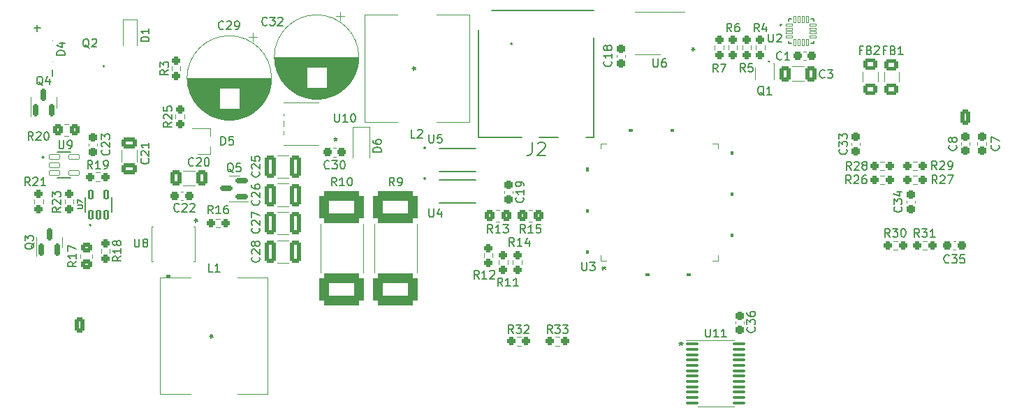
<source format=gto>
%TF.GenerationSoftware,KiCad,Pcbnew,6.0.0-2.fc35*%
%TF.CreationDate,2022-02-25T18:53:21-08:00*%
%TF.ProjectId,Doorbell,446f6f72-6265-46c6-9c2e-6b696361645f,B*%
%TF.SameCoordinates,Original*%
%TF.FileFunction,Legend,Top*%
%TF.FilePolarity,Positive*%
%FSLAX46Y46*%
G04 Gerber Fmt 4.6, Leading zero omitted, Abs format (unit mm)*
G04 Created by KiCad (PCBNEW 6.0.0-2.fc35) date 2022-02-25 18:53:21*
%MOMM*%
%LPD*%
G01*
G04 APERTURE LIST*
G04 Aperture macros list*
%AMRoundRect*
0 Rectangle with rounded corners*
0 $1 Rounding radius*
0 $2 $3 $4 $5 $6 $7 $8 $9 X,Y pos of 4 corners*
0 Add a 4 corners polygon primitive as box body*
4,1,4,$2,$3,$4,$5,$6,$7,$8,$9,$2,$3,0*
0 Add four circle primitives for the rounded corners*
1,1,$1+$1,$2,$3*
1,1,$1+$1,$4,$5*
1,1,$1+$1,$6,$7*
1,1,$1+$1,$8,$9*
0 Add four rect primitives between the rounded corners*
20,1,$1+$1,$2,$3,$4,$5,0*
20,1,$1+$1,$4,$5,$6,$7,0*
20,1,$1+$1,$6,$7,$8,$9,0*
20,1,$1+$1,$8,$9,$2,$3,0*%
G04 Aperture macros list end*
%ADD10C,0.150000*%
%ADD11C,0.125000*%
%ADD12C,0.120000*%
%ADD13C,0.200000*%
%ADD14C,0.127000*%
%ADD15C,0.100000*%
%ADD16C,0.010000*%
%ADD17RoundRect,0.250000X-0.412500X-0.650000X0.412500X-0.650000X0.412500X0.650000X-0.412500X0.650000X0*%
%ADD18RoundRect,0.237500X-0.237500X0.300000X-0.237500X-0.300000X0.237500X-0.300000X0.237500X0.300000X0*%
%ADD19RoundRect,0.237500X-0.300000X-0.237500X0.300000X-0.237500X0.300000X0.237500X-0.300000X0.237500X0*%
%ADD20RoundRect,0.237500X0.237500X-0.300000X0.237500X0.300000X-0.237500X0.300000X-0.237500X-0.300000X0*%
%ADD21R,1.400000X1.300000*%
%ADD22R,0.800000X1.500000*%
%ADD23R,1.000000X0.950000*%
%ADD24R,1.300000X1.400000*%
%ADD25R,1.400000X1.900000*%
%ADD26R,5.003800X3.098800*%
%ADD27R,0.300000X0.325000*%
%ADD28R,0.613000X0.950000*%
%ADD29RoundRect,0.150000X0.150000X-0.587500X0.150000X0.587500X-0.150000X0.587500X-0.150000X-0.587500X0*%
%ADD30RoundRect,0.150000X0.587500X0.150000X-0.587500X0.150000X-0.587500X-0.150000X0.587500X-0.150000X0*%
%ADD31RoundRect,0.592800X2.157200X-1.357200X2.157200X1.357200X-2.157200X1.357200X-2.157200X-1.357200X0*%
%ADD32RoundRect,0.237500X-0.237500X0.250000X-0.237500X-0.250000X0.237500X-0.250000X0.237500X0.250000X0*%
%ADD33RoundRect,0.237500X0.250000X0.237500X-0.250000X0.237500X-0.250000X-0.237500X0.250000X-0.237500X0*%
%ADD34RoundRect,0.237500X0.237500X-0.250000X0.237500X0.250000X-0.237500X0.250000X-0.237500X-0.250000X0*%
%ADD35RoundRect,0.237500X-0.250000X-0.237500X0.250000X-0.237500X0.250000X0.237500X-0.250000X0.237500X0*%
%ADD36RoundRect,0.008100X-0.411900X-0.126900X0.411900X-0.126900X0.411900X0.126900X-0.411900X0.126900X0*%
%ADD37RoundRect,0.008100X-0.126900X-0.411900X0.126900X-0.411900X0.126900X0.411900X-0.126900X0.411900X0*%
%ADD38R,1.100000X1.100000*%
%ADD39RoundRect,0.100000X-0.637500X-0.100000X0.637500X-0.100000X0.637500X0.100000X-0.637500X0.100000X0*%
%ADD40R,1.100000X0.500000*%
%ADD41R,2.000000X2.000000*%
%ADD42R,1.800000X1.800000*%
%ADD43C,1.800000*%
%ADD44R,1.000000X1.000000*%
%ADD45RoundRect,0.250000X-0.650000X0.412500X-0.650000X-0.412500X0.650000X-0.412500X0.650000X0.412500X0*%
%ADD46RoundRect,0.250000X0.450000X-0.350000X0.450000X0.350000X-0.450000X0.350000X-0.450000X-0.350000X0*%
%ADD47RoundRect,0.250000X-0.350000X-0.450000X0.350000X-0.450000X0.350000X0.450000X-0.350000X0.450000X0*%
%ADD48R,0.500000X0.400000*%
%ADD49R,0.920000X0.285000*%
%ADD50R,0.355600X1.625600*%
%ADD51R,4.089400X2.743200*%
%ADD52RoundRect,0.250000X-0.412500X-1.100000X0.412500X-1.100000X0.412500X1.100000X-0.412500X1.100000X0*%
%ADD53R,1.550000X0.600000*%
%ADD54O,1.550000X0.600000*%
%ADD55RoundRect,0.250001X0.624999X-0.462499X0.624999X0.462499X-0.624999X0.462499X-0.624999X-0.462499X0*%
%ADD56C,2.000000*%
%ADD57R,4.038600X3.556000*%
%ADD58R,1.840000X0.640000*%
%ADD59R,0.900000X0.800000*%
%ADD60RoundRect,0.250000X0.350000X0.450000X-0.350000X0.450000X-0.350000X-0.450000X0.350000X-0.450000X0*%
%ADD61R,0.279400X1.473200*%
%ADD62R,1.473200X0.279400*%
%ADD63RoundRect,0.042000X-0.633000X-0.258000X0.633000X-0.258000X0.633000X0.258000X-0.633000X0.258000X0*%
%ADD64RoundRect,0.090000X0.210000X-0.520000X0.210000X0.520000X-0.210000X0.520000X-0.210000X-0.520000X0*%
%ADD65R,2.600000X2.600000*%
%ADD66C,2.600000*%
%ADD67C,2.006600*%
%ADD68C,2.717800*%
%ADD69C,1.200000*%
%ADD70RoundRect,0.250000X0.350000X0.650000X-0.350000X0.650000X-0.350000X-0.650000X0.350000X-0.650000X0*%
%ADD71O,1.200000X1.800000*%
%ADD72R,1.980000X1.980000*%
%ADD73C,1.980000*%
%ADD74RoundRect,0.250000X-0.350000X-0.650000X0.350000X-0.650000X0.350000X0.650000X-0.350000X0.650000X0*%
%ADD75C,4.000000*%
%ADD76R,1.700000X1.700000*%
%ADD77C,1.700000*%
%ADD78C,4.200000*%
%ADD79C,1.100000*%
G04 APERTURE END LIST*
D10*
X187376956Y-84722142D02*
X187329337Y-84769761D01*
X187186480Y-84817380D01*
X187091242Y-84817380D01*
X186948384Y-84769761D01*
X186853146Y-84674523D01*
X186805527Y-84579285D01*
X186757908Y-84388809D01*
X186757908Y-84245952D01*
X186805527Y-84055476D01*
X186853146Y-83960238D01*
X186948384Y-83865000D01*
X187091242Y-83817380D01*
X187186480Y-83817380D01*
X187329337Y-83865000D01*
X187376956Y-83912619D01*
X187710289Y-83817380D02*
X188329337Y-83817380D01*
X187996003Y-84198333D01*
X188138861Y-84198333D01*
X188234099Y-84245952D01*
X188281718Y-84293571D01*
X188329337Y-84388809D01*
X188329337Y-84626904D01*
X188281718Y-84722142D01*
X188234099Y-84769761D01*
X188138861Y-84817380D01*
X187853146Y-84817380D01*
X187757908Y-84769761D01*
X187710289Y-84722142D01*
X203300765Y-92981666D02*
X203348384Y-93029285D01*
X203396003Y-93172142D01*
X203396003Y-93267380D01*
X203348384Y-93410238D01*
X203253146Y-93505476D01*
X203157908Y-93553095D01*
X202967432Y-93600714D01*
X202824575Y-93600714D01*
X202634099Y-93553095D01*
X202538861Y-93505476D01*
X202443623Y-93410238D01*
X202396003Y-93267380D01*
X202396003Y-93172142D01*
X202443623Y-93029285D01*
X202491242Y-92981666D01*
X202824575Y-92410238D02*
X202776956Y-92505476D01*
X202729337Y-92553095D01*
X202634099Y-92600714D01*
X202586480Y-92600714D01*
X202491242Y-92553095D01*
X202443623Y-92505476D01*
X202396003Y-92410238D01*
X202396003Y-92219761D01*
X202443623Y-92124523D01*
X202491242Y-92076904D01*
X202586480Y-92029285D01*
X202634099Y-92029285D01*
X202729337Y-92076904D01*
X202776956Y-92124523D01*
X202824575Y-92219761D01*
X202824575Y-92410238D01*
X202872194Y-92505476D01*
X202919813Y-92553095D01*
X203015051Y-92600714D01*
X203205527Y-92600714D01*
X203300765Y-92553095D01*
X203348384Y-92505476D01*
X203396003Y-92410238D01*
X203396003Y-92219761D01*
X203348384Y-92124523D01*
X203300765Y-92076904D01*
X203205527Y-92029285D01*
X203015051Y-92029285D01*
X202919813Y-92076904D01*
X202872194Y-92124523D01*
X202824575Y-92219761D01*
X161480765Y-82785357D02*
X161528384Y-82832976D01*
X161576003Y-82975833D01*
X161576003Y-83071071D01*
X161528384Y-83213928D01*
X161433146Y-83309166D01*
X161337908Y-83356785D01*
X161147432Y-83404404D01*
X161004575Y-83404404D01*
X160814099Y-83356785D01*
X160718861Y-83309166D01*
X160623623Y-83213928D01*
X160576003Y-83071071D01*
X160576003Y-82975833D01*
X160623623Y-82832976D01*
X160671242Y-82785357D01*
X161576003Y-81832976D02*
X161576003Y-82404404D01*
X161576003Y-82118690D02*
X160576003Y-82118690D01*
X160718861Y-82213928D01*
X160814099Y-82309166D01*
X160861718Y-82404404D01*
X161004575Y-81261547D02*
X160956956Y-81356785D01*
X160909337Y-81404404D01*
X160814099Y-81452023D01*
X160766480Y-81452023D01*
X160671242Y-81404404D01*
X160623623Y-81356785D01*
X160576003Y-81261547D01*
X160576003Y-81071071D01*
X160623623Y-80975833D01*
X160671242Y-80928214D01*
X160766480Y-80880595D01*
X160814099Y-80880595D01*
X160909337Y-80928214D01*
X160956956Y-80975833D01*
X161004575Y-81071071D01*
X161004575Y-81261547D01*
X161052194Y-81356785D01*
X161099813Y-81404404D01*
X161195051Y-81452023D01*
X161385527Y-81452023D01*
X161480765Y-81404404D01*
X161528384Y-81356785D01*
X161576003Y-81261547D01*
X161576003Y-81071071D01*
X161528384Y-80975833D01*
X161480765Y-80928214D01*
X161385527Y-80880595D01*
X161195051Y-80880595D01*
X161099813Y-80928214D01*
X161052194Y-80975833D01*
X161004575Y-81071071D01*
X190010765Y-93467857D02*
X190058384Y-93515476D01*
X190106003Y-93658333D01*
X190106003Y-93753571D01*
X190058384Y-93896428D01*
X189963146Y-93991666D01*
X189867908Y-94039285D01*
X189677432Y-94086904D01*
X189534575Y-94086904D01*
X189344099Y-94039285D01*
X189248861Y-93991666D01*
X189153623Y-93896428D01*
X189106003Y-93753571D01*
X189106003Y-93658333D01*
X189153623Y-93515476D01*
X189201242Y-93467857D01*
X189106003Y-93134523D02*
X189106003Y-92515476D01*
X189486956Y-92848809D01*
X189486956Y-92705952D01*
X189534575Y-92610714D01*
X189582194Y-92563095D01*
X189677432Y-92515476D01*
X189915527Y-92515476D01*
X190010765Y-92563095D01*
X190058384Y-92610714D01*
X190106003Y-92705952D01*
X190106003Y-92991666D01*
X190058384Y-93086904D01*
X190010765Y-93134523D01*
X189106003Y-92182142D02*
X189106003Y-91563095D01*
X189486956Y-91896428D01*
X189486956Y-91753571D01*
X189534575Y-91658333D01*
X189582194Y-91610714D01*
X189677432Y-91563095D01*
X189915527Y-91563095D01*
X190010765Y-91610714D01*
X190058384Y-91658333D01*
X190106003Y-91753571D01*
X190106003Y-92039285D01*
X190058384Y-92134523D01*
X190010765Y-92182142D01*
X196660765Y-100467857D02*
X196708384Y-100515476D01*
X196756003Y-100658333D01*
X196756003Y-100753571D01*
X196708384Y-100896428D01*
X196613146Y-100991666D01*
X196517908Y-101039285D01*
X196327432Y-101086904D01*
X196184575Y-101086904D01*
X195994099Y-101039285D01*
X195898861Y-100991666D01*
X195803623Y-100896428D01*
X195756003Y-100753571D01*
X195756003Y-100658333D01*
X195803623Y-100515476D01*
X195851242Y-100467857D01*
X195756003Y-100134523D02*
X195756003Y-99515476D01*
X196136956Y-99848809D01*
X196136956Y-99705952D01*
X196184575Y-99610714D01*
X196232194Y-99563095D01*
X196327432Y-99515476D01*
X196565527Y-99515476D01*
X196660765Y-99563095D01*
X196708384Y-99610714D01*
X196756003Y-99705952D01*
X196756003Y-99991666D01*
X196708384Y-100086904D01*
X196660765Y-100134523D01*
X196089337Y-98658333D02*
X196756003Y-98658333D01*
X195708384Y-98896428D02*
X196422670Y-99134523D01*
X196422670Y-98515476D01*
X202450765Y-107192142D02*
X202403146Y-107239761D01*
X202260289Y-107287380D01*
X202165051Y-107287380D01*
X202022194Y-107239761D01*
X201926956Y-107144523D01*
X201879337Y-107049285D01*
X201831718Y-106858809D01*
X201831718Y-106715952D01*
X201879337Y-106525476D01*
X201926956Y-106430238D01*
X202022194Y-106335000D01*
X202165051Y-106287380D01*
X202260289Y-106287380D01*
X202403146Y-106335000D01*
X202450765Y-106382619D01*
X202784099Y-106287380D02*
X203403146Y-106287380D01*
X203069813Y-106668333D01*
X203212670Y-106668333D01*
X203307908Y-106715952D01*
X203355527Y-106763571D01*
X203403146Y-106858809D01*
X203403146Y-107096904D01*
X203355527Y-107192142D01*
X203307908Y-107239761D01*
X203212670Y-107287380D01*
X202926956Y-107287380D01*
X202831718Y-107239761D01*
X202784099Y-107192142D01*
X204307908Y-106287380D02*
X203831718Y-106287380D01*
X203784099Y-106763571D01*
X203831718Y-106715952D01*
X203926956Y-106668333D01*
X204165051Y-106668333D01*
X204260289Y-106715952D01*
X204307908Y-106763571D01*
X204355527Y-106858809D01*
X204355527Y-107096904D01*
X204307908Y-107192142D01*
X204260289Y-107239761D01*
X204165051Y-107287380D01*
X203926956Y-107287380D01*
X203831718Y-107239761D01*
X203784099Y-107192142D01*
X178860765Y-115077857D02*
X178908384Y-115125476D01*
X178956003Y-115268333D01*
X178956003Y-115363571D01*
X178908384Y-115506428D01*
X178813146Y-115601666D01*
X178717908Y-115649285D01*
X178527432Y-115696904D01*
X178384575Y-115696904D01*
X178194099Y-115649285D01*
X178098861Y-115601666D01*
X178003623Y-115506428D01*
X177956003Y-115363571D01*
X177956003Y-115268333D01*
X178003623Y-115125476D01*
X178051242Y-115077857D01*
X177956003Y-114744523D02*
X177956003Y-114125476D01*
X178336956Y-114458809D01*
X178336956Y-114315952D01*
X178384575Y-114220714D01*
X178432194Y-114173095D01*
X178527432Y-114125476D01*
X178765527Y-114125476D01*
X178860765Y-114173095D01*
X178908384Y-114220714D01*
X178956003Y-114315952D01*
X178956003Y-114601666D01*
X178908384Y-114696904D01*
X178860765Y-114744523D01*
X177956003Y-113268333D02*
X177956003Y-113458809D01*
X178003623Y-113554047D01*
X178051242Y-113601666D01*
X178194099Y-113696904D01*
X178384575Y-113744523D01*
X178765527Y-113744523D01*
X178860765Y-113696904D01*
X178908384Y-113649285D01*
X178956003Y-113554047D01*
X178956003Y-113363571D01*
X178908384Y-113268333D01*
X178860765Y-113220714D01*
X178765527Y-113173095D01*
X178527432Y-113173095D01*
X178432194Y-113220714D01*
X178384575Y-113268333D01*
X178336956Y-113363571D01*
X178336956Y-113554047D01*
X178384575Y-113649285D01*
X178432194Y-113696904D01*
X178527432Y-113744523D01*
X133616003Y-93793095D02*
X132616003Y-93793095D01*
X132616003Y-93555000D01*
X132663623Y-93412142D01*
X132758861Y-93316904D01*
X132854099Y-93269285D01*
X133044575Y-93221666D01*
X133187432Y-93221666D01*
X133377908Y-93269285D01*
X133473146Y-93316904D01*
X133568384Y-93412142D01*
X133616003Y-93555000D01*
X133616003Y-93793095D01*
X132616003Y-92364523D02*
X132616003Y-92555000D01*
X132663623Y-92650238D01*
X132711242Y-92697857D01*
X132854099Y-92793095D01*
X133044575Y-92840714D01*
X133425527Y-92840714D01*
X133520765Y-92793095D01*
X133568384Y-92745476D01*
X133616003Y-92650238D01*
X133616003Y-92459761D01*
X133568384Y-92364523D01*
X133520765Y-92316904D01*
X133425527Y-92269285D01*
X133187432Y-92269285D01*
X133092194Y-92316904D01*
X133044575Y-92364523D01*
X132996956Y-92459761D01*
X132996956Y-92650238D01*
X133044575Y-92745476D01*
X133092194Y-92793095D01*
X133187432Y-92840714D01*
X151900200Y-92618662D02*
X151900200Y-93761711D01*
X151823997Y-93990321D01*
X151671590Y-94142727D01*
X151442980Y-94218930D01*
X151290574Y-94218930D01*
X152586029Y-92771069D02*
X152662232Y-92694866D01*
X152814639Y-92618662D01*
X153195655Y-92618662D01*
X153348061Y-92694866D01*
X153424265Y-92771069D01*
X153500468Y-92923475D01*
X153500468Y-93075882D01*
X153424265Y-93304491D01*
X152509826Y-94218930D01*
X153500468Y-94218930D01*
X113206956Y-108327380D02*
X112730765Y-108327380D01*
X112730765Y-107327380D01*
X114064099Y-108327380D02*
X113492670Y-108327380D01*
X113778384Y-108327380D02*
X113778384Y-107327380D01*
X113683146Y-107470238D01*
X113587908Y-107565476D01*
X113492670Y-107613095D01*
X112806003Y-116145000D02*
X113044099Y-116145000D01*
X112948861Y-116383095D02*
X113044099Y-116145000D01*
X112948861Y-115906904D01*
X113234575Y-116287857D02*
X113044099Y-116145000D01*
X113234575Y-116002142D01*
X180028384Y-86922619D02*
X179933146Y-86875000D01*
X179837908Y-86779761D01*
X179695051Y-86636904D01*
X179599813Y-86589285D01*
X179504575Y-86589285D01*
X179552194Y-86827380D02*
X179456956Y-86779761D01*
X179361718Y-86684523D01*
X179314099Y-86494047D01*
X179314099Y-86160714D01*
X179361718Y-85970238D01*
X179456956Y-85875000D01*
X179552194Y-85827380D01*
X179742670Y-85827380D01*
X179837908Y-85875000D01*
X179933146Y-85970238D01*
X179980765Y-86160714D01*
X179980765Y-86494047D01*
X179933146Y-86684523D01*
X179837908Y-86779761D01*
X179742670Y-86827380D01*
X179552194Y-86827380D01*
X180933146Y-86827380D02*
X180361718Y-86827380D01*
X180647432Y-86827380D02*
X180647432Y-85827380D01*
X180552194Y-85970238D01*
X180456956Y-86065476D01*
X180361718Y-86113095D01*
D11*
X180667432Y-82745000D02*
X180548384Y-82745000D01*
X180596003Y-82625952D02*
X180548384Y-82745000D01*
X180596003Y-82864047D01*
X180453146Y-82673571D02*
X180548384Y-82745000D01*
X180453146Y-82816428D01*
D10*
X92608384Y-85712619D02*
X92513146Y-85665000D01*
X92417908Y-85569761D01*
X92275051Y-85426904D01*
X92179813Y-85379285D01*
X92084575Y-85379285D01*
X92132194Y-85617380D02*
X92036956Y-85569761D01*
X91941718Y-85474523D01*
X91894099Y-85284047D01*
X91894099Y-84950714D01*
X91941718Y-84760238D01*
X92036956Y-84665000D01*
X92132194Y-84617380D01*
X92322670Y-84617380D01*
X92417908Y-84665000D01*
X92513146Y-84760238D01*
X92560765Y-84950714D01*
X92560765Y-85284047D01*
X92513146Y-85474523D01*
X92417908Y-85569761D01*
X92322670Y-85617380D01*
X92132194Y-85617380D01*
X93417908Y-84950714D02*
X93417908Y-85617380D01*
X93179813Y-84569761D02*
X92941718Y-85284047D01*
X93560765Y-85284047D01*
X115698384Y-96282619D02*
X115603146Y-96235000D01*
X115507908Y-96139761D01*
X115365051Y-95996904D01*
X115269813Y-95949285D01*
X115174575Y-95949285D01*
X115222194Y-96187380D02*
X115126956Y-96139761D01*
X115031718Y-96044523D01*
X114984099Y-95854047D01*
X114984099Y-95520714D01*
X115031718Y-95330238D01*
X115126956Y-95235000D01*
X115222194Y-95187380D01*
X115412670Y-95187380D01*
X115507908Y-95235000D01*
X115603146Y-95330238D01*
X115650765Y-95520714D01*
X115650765Y-95854047D01*
X115603146Y-96044523D01*
X115507908Y-96139761D01*
X115412670Y-96187380D01*
X115222194Y-96187380D01*
X116555527Y-95187380D02*
X116079337Y-95187380D01*
X116031718Y-95663571D01*
X116079337Y-95615952D01*
X116174575Y-95568333D01*
X116412670Y-95568333D01*
X116507908Y-95615952D01*
X116555527Y-95663571D01*
X116603146Y-95758809D01*
X116603146Y-95996904D01*
X116555527Y-96092142D01*
X116507908Y-96139761D01*
X116412670Y-96187380D01*
X116174575Y-96187380D01*
X116079337Y-96139761D01*
X116031718Y-96092142D01*
X135206956Y-97907380D02*
X134873623Y-97431190D01*
X134635527Y-97907380D02*
X134635527Y-96907380D01*
X135016480Y-96907380D01*
X135111718Y-96955000D01*
X135159337Y-97002619D01*
X135206956Y-97097857D01*
X135206956Y-97240714D01*
X135159337Y-97335952D01*
X135111718Y-97383571D01*
X135016480Y-97431190D01*
X134635527Y-97431190D01*
X135683146Y-97907380D02*
X135873623Y-97907380D01*
X135968861Y-97859761D01*
X136016480Y-97812142D01*
X136111718Y-97669285D01*
X136159337Y-97478809D01*
X136159337Y-97097857D01*
X136111718Y-97002619D01*
X136064099Y-96955000D01*
X135968861Y-96907380D01*
X135778384Y-96907380D01*
X135683146Y-96955000D01*
X135635527Y-97002619D01*
X135587908Y-97097857D01*
X135587908Y-97335952D01*
X135635527Y-97431190D01*
X135683146Y-97478809D01*
X135778384Y-97526428D01*
X135968861Y-97526428D01*
X136064099Y-97478809D01*
X136111718Y-97431190D01*
X136159337Y-97335952D01*
X128200765Y-97907380D02*
X127867432Y-97431190D01*
X127629337Y-97907380D02*
X127629337Y-96907380D01*
X128010289Y-96907380D01*
X128105527Y-96955000D01*
X128153146Y-97002619D01*
X128200765Y-97097857D01*
X128200765Y-97240714D01*
X128153146Y-97335952D01*
X128105527Y-97383571D01*
X128010289Y-97431190D01*
X127629337Y-97431190D01*
X129153146Y-97907380D02*
X128581718Y-97907380D01*
X128867432Y-97907380D02*
X128867432Y-96907380D01*
X128772194Y-97050238D01*
X128676956Y-97145476D01*
X128581718Y-97193095D01*
X129772194Y-96907380D02*
X129867432Y-96907380D01*
X129962670Y-96955000D01*
X130010289Y-97002619D01*
X130057908Y-97097857D01*
X130105527Y-97288333D01*
X130105527Y-97526428D01*
X130057908Y-97716904D01*
X130010289Y-97812142D01*
X129962670Y-97859761D01*
X129867432Y-97907380D01*
X129772194Y-97907380D01*
X129676956Y-97859761D01*
X129629337Y-97812142D01*
X129581718Y-97716904D01*
X129534099Y-97526428D01*
X129534099Y-97288333D01*
X129581718Y-97097857D01*
X129629337Y-97002619D01*
X129676956Y-96955000D01*
X129772194Y-96907380D01*
X149740765Y-105227380D02*
X149407432Y-104751190D01*
X149169337Y-105227380D02*
X149169337Y-104227380D01*
X149550289Y-104227380D01*
X149645527Y-104275000D01*
X149693146Y-104322619D01*
X149740765Y-104417857D01*
X149740765Y-104560714D01*
X149693146Y-104655952D01*
X149645527Y-104703571D01*
X149550289Y-104751190D01*
X149169337Y-104751190D01*
X150693146Y-105227380D02*
X150121718Y-105227380D01*
X150407432Y-105227380D02*
X150407432Y-104227380D01*
X150312194Y-104370238D01*
X150216956Y-104465476D01*
X150121718Y-104513095D01*
X151550289Y-104560714D02*
X151550289Y-105227380D01*
X151312194Y-104179761D02*
X151074099Y-104894047D01*
X151693146Y-104894047D01*
X113210765Y-101287380D02*
X112877432Y-100811190D01*
X112639337Y-101287380D02*
X112639337Y-100287380D01*
X113020289Y-100287380D01*
X113115527Y-100335000D01*
X113163146Y-100382619D01*
X113210765Y-100477857D01*
X113210765Y-100620714D01*
X113163146Y-100715952D01*
X113115527Y-100763571D01*
X113020289Y-100811190D01*
X112639337Y-100811190D01*
X114163146Y-101287380D02*
X113591718Y-101287380D01*
X113877432Y-101287380D02*
X113877432Y-100287380D01*
X113782194Y-100430238D01*
X113686956Y-100525476D01*
X113591718Y-100573095D01*
X115020289Y-100287380D02*
X114829813Y-100287380D01*
X114734575Y-100335000D01*
X114686956Y-100382619D01*
X114591718Y-100525476D01*
X114544099Y-100715952D01*
X114544099Y-101096904D01*
X114591718Y-101192142D01*
X114639337Y-101239761D01*
X114734575Y-101287380D01*
X114925051Y-101287380D01*
X115020289Y-101239761D01*
X115067908Y-101192142D01*
X115115527Y-101096904D01*
X115115527Y-100858809D01*
X115067908Y-100763571D01*
X115020289Y-100715952D01*
X114925051Y-100668333D01*
X114734575Y-100668333D01*
X114639337Y-100715952D01*
X114591718Y-100763571D01*
X114544099Y-100858809D01*
X108246003Y-90157857D02*
X107769813Y-90491190D01*
X108246003Y-90729285D02*
X107246003Y-90729285D01*
X107246003Y-90348333D01*
X107293623Y-90253095D01*
X107341242Y-90205476D01*
X107436480Y-90157857D01*
X107579337Y-90157857D01*
X107674575Y-90205476D01*
X107722194Y-90253095D01*
X107769813Y-90348333D01*
X107769813Y-90729285D01*
X107341242Y-89776904D02*
X107293623Y-89729285D01*
X107246003Y-89634047D01*
X107246003Y-89395952D01*
X107293623Y-89300714D01*
X107341242Y-89253095D01*
X107436480Y-89205476D01*
X107531718Y-89205476D01*
X107674575Y-89253095D01*
X108246003Y-89824523D01*
X108246003Y-89205476D01*
X107246003Y-88300714D02*
X107246003Y-88776904D01*
X107722194Y-88824523D01*
X107674575Y-88776904D01*
X107626956Y-88681666D01*
X107626956Y-88443571D01*
X107674575Y-88348333D01*
X107722194Y-88300714D01*
X107817432Y-88253095D01*
X108055527Y-88253095D01*
X108150765Y-88300714D01*
X108198384Y-88348333D01*
X108246003Y-88443571D01*
X108246003Y-88681666D01*
X108198384Y-88776904D01*
X108150765Y-88824523D01*
X190550765Y-97637380D02*
X190217432Y-97161190D01*
X189979337Y-97637380D02*
X189979337Y-96637380D01*
X190360289Y-96637380D01*
X190455527Y-96685000D01*
X190503146Y-96732619D01*
X190550765Y-96827857D01*
X190550765Y-96970714D01*
X190503146Y-97065952D01*
X190455527Y-97113571D01*
X190360289Y-97161190D01*
X189979337Y-97161190D01*
X190931718Y-96732619D02*
X190979337Y-96685000D01*
X191074575Y-96637380D01*
X191312670Y-96637380D01*
X191407908Y-96685000D01*
X191455527Y-96732619D01*
X191503146Y-96827857D01*
X191503146Y-96923095D01*
X191455527Y-97065952D01*
X190884099Y-97637380D01*
X191503146Y-97637380D01*
X192360289Y-96637380D02*
X192169813Y-96637380D01*
X192074575Y-96685000D01*
X192026956Y-96732619D01*
X191931718Y-96875476D01*
X191884099Y-97065952D01*
X191884099Y-97446904D01*
X191931718Y-97542142D01*
X191979337Y-97589761D01*
X192074575Y-97637380D01*
X192265051Y-97637380D01*
X192360289Y-97589761D01*
X192407908Y-97542142D01*
X192455527Y-97446904D01*
X192455527Y-97208809D01*
X192407908Y-97113571D01*
X192360289Y-97065952D01*
X192265051Y-97018333D01*
X192074575Y-97018333D01*
X191979337Y-97065952D01*
X191931718Y-97113571D01*
X191884099Y-97208809D01*
X200990765Y-97637380D02*
X200657432Y-97161190D01*
X200419337Y-97637380D02*
X200419337Y-96637380D01*
X200800289Y-96637380D01*
X200895527Y-96685000D01*
X200943146Y-96732619D01*
X200990765Y-96827857D01*
X200990765Y-96970714D01*
X200943146Y-97065952D01*
X200895527Y-97113571D01*
X200800289Y-97161190D01*
X200419337Y-97161190D01*
X201371718Y-96732619D02*
X201419337Y-96685000D01*
X201514575Y-96637380D01*
X201752670Y-96637380D01*
X201847908Y-96685000D01*
X201895527Y-96732619D01*
X201943146Y-96827857D01*
X201943146Y-96923095D01*
X201895527Y-97065952D01*
X201324099Y-97637380D01*
X201943146Y-97637380D01*
X202276480Y-96637380D02*
X202943146Y-96637380D01*
X202514575Y-97637380D01*
X190600765Y-95967380D02*
X190267432Y-95491190D01*
X190029337Y-95967380D02*
X190029337Y-94967380D01*
X190410289Y-94967380D01*
X190505527Y-95015000D01*
X190553146Y-95062619D01*
X190600765Y-95157857D01*
X190600765Y-95300714D01*
X190553146Y-95395952D01*
X190505527Y-95443571D01*
X190410289Y-95491190D01*
X190029337Y-95491190D01*
X190981718Y-95062619D02*
X191029337Y-95015000D01*
X191124575Y-94967380D01*
X191362670Y-94967380D01*
X191457908Y-95015000D01*
X191505527Y-95062619D01*
X191553146Y-95157857D01*
X191553146Y-95253095D01*
X191505527Y-95395952D01*
X190934099Y-95967380D01*
X191553146Y-95967380D01*
X192124575Y-95395952D02*
X192029337Y-95348333D01*
X191981718Y-95300714D01*
X191934099Y-95205476D01*
X191934099Y-95157857D01*
X191981718Y-95062619D01*
X192029337Y-95015000D01*
X192124575Y-94967380D01*
X192315051Y-94967380D01*
X192410289Y-95015000D01*
X192457908Y-95062619D01*
X192505527Y-95157857D01*
X192505527Y-95205476D01*
X192457908Y-95300714D01*
X192410289Y-95348333D01*
X192315051Y-95395952D01*
X192124575Y-95395952D01*
X192029337Y-95443571D01*
X191981718Y-95491190D01*
X191934099Y-95586428D01*
X191934099Y-95776904D01*
X191981718Y-95872142D01*
X192029337Y-95919761D01*
X192124575Y-95967380D01*
X192315051Y-95967380D01*
X192410289Y-95919761D01*
X192457908Y-95872142D01*
X192505527Y-95776904D01*
X192505527Y-95586428D01*
X192457908Y-95491190D01*
X192410289Y-95443571D01*
X192315051Y-95395952D01*
X200970765Y-95927380D02*
X200637432Y-95451190D01*
X200399337Y-95927380D02*
X200399337Y-94927380D01*
X200780289Y-94927380D01*
X200875527Y-94975000D01*
X200923146Y-95022619D01*
X200970765Y-95117857D01*
X200970765Y-95260714D01*
X200923146Y-95355952D01*
X200875527Y-95403571D01*
X200780289Y-95451190D01*
X200399337Y-95451190D01*
X201351718Y-95022619D02*
X201399337Y-94975000D01*
X201494575Y-94927380D01*
X201732670Y-94927380D01*
X201827908Y-94975000D01*
X201875527Y-95022619D01*
X201923146Y-95117857D01*
X201923146Y-95213095D01*
X201875527Y-95355952D01*
X201304099Y-95927380D01*
X201923146Y-95927380D01*
X202399337Y-95927380D02*
X202589813Y-95927380D01*
X202685051Y-95879761D01*
X202732670Y-95832142D01*
X202827908Y-95689285D01*
X202875527Y-95498809D01*
X202875527Y-95117857D01*
X202827908Y-95022619D01*
X202780289Y-94975000D01*
X202685051Y-94927380D01*
X202494575Y-94927380D01*
X202399337Y-94975000D01*
X202351718Y-95022619D01*
X202304099Y-95117857D01*
X202304099Y-95355952D01*
X202351718Y-95451190D01*
X202399337Y-95498809D01*
X202494575Y-95546428D01*
X202685051Y-95546428D01*
X202780289Y-95498809D01*
X202827908Y-95451190D01*
X202875527Y-95355952D01*
X195280765Y-104107380D02*
X194947432Y-103631190D01*
X194709337Y-104107380D02*
X194709337Y-103107380D01*
X195090289Y-103107380D01*
X195185527Y-103155000D01*
X195233146Y-103202619D01*
X195280765Y-103297857D01*
X195280765Y-103440714D01*
X195233146Y-103535952D01*
X195185527Y-103583571D01*
X195090289Y-103631190D01*
X194709337Y-103631190D01*
X195614099Y-103107380D02*
X196233146Y-103107380D01*
X195899813Y-103488333D01*
X196042670Y-103488333D01*
X196137908Y-103535952D01*
X196185527Y-103583571D01*
X196233146Y-103678809D01*
X196233146Y-103916904D01*
X196185527Y-104012142D01*
X196137908Y-104059761D01*
X196042670Y-104107380D01*
X195756956Y-104107380D01*
X195661718Y-104059761D01*
X195614099Y-104012142D01*
X196852194Y-103107380D02*
X196947432Y-103107380D01*
X197042670Y-103155000D01*
X197090289Y-103202619D01*
X197137908Y-103297857D01*
X197185527Y-103488333D01*
X197185527Y-103726428D01*
X197137908Y-103916904D01*
X197090289Y-104012142D01*
X197042670Y-104059761D01*
X196947432Y-104107380D01*
X196852194Y-104107380D01*
X196756956Y-104059761D01*
X196709337Y-104012142D01*
X196661718Y-103916904D01*
X196614099Y-103726428D01*
X196614099Y-103488333D01*
X196661718Y-103297857D01*
X196709337Y-103202619D01*
X196756956Y-103155000D01*
X196852194Y-103107380D01*
X198850765Y-104137380D02*
X198517432Y-103661190D01*
X198279337Y-104137380D02*
X198279337Y-103137380D01*
X198660289Y-103137380D01*
X198755527Y-103185000D01*
X198803146Y-103232619D01*
X198850765Y-103327857D01*
X198850765Y-103470714D01*
X198803146Y-103565952D01*
X198755527Y-103613571D01*
X198660289Y-103661190D01*
X198279337Y-103661190D01*
X199184099Y-103137380D02*
X199803146Y-103137380D01*
X199469813Y-103518333D01*
X199612670Y-103518333D01*
X199707908Y-103565952D01*
X199755527Y-103613571D01*
X199803146Y-103708809D01*
X199803146Y-103946904D01*
X199755527Y-104042142D01*
X199707908Y-104089761D01*
X199612670Y-104137380D01*
X199326956Y-104137380D01*
X199231718Y-104089761D01*
X199184099Y-104042142D01*
X200755527Y-104137380D02*
X200184099Y-104137380D01*
X200469813Y-104137380D02*
X200469813Y-103137380D01*
X200374575Y-103280238D01*
X200279337Y-103375476D01*
X200184099Y-103423095D01*
X149638765Y-115811380D02*
X149305432Y-115335190D01*
X149067337Y-115811380D02*
X149067337Y-114811380D01*
X149448289Y-114811380D01*
X149543527Y-114859000D01*
X149591146Y-114906619D01*
X149638765Y-115001857D01*
X149638765Y-115144714D01*
X149591146Y-115239952D01*
X149543527Y-115287571D01*
X149448289Y-115335190D01*
X149067337Y-115335190D01*
X149972099Y-114811380D02*
X150591146Y-114811380D01*
X150257813Y-115192333D01*
X150400670Y-115192333D01*
X150495908Y-115239952D01*
X150543527Y-115287571D01*
X150591146Y-115382809D01*
X150591146Y-115620904D01*
X150543527Y-115716142D01*
X150495908Y-115763761D01*
X150400670Y-115811380D01*
X150114956Y-115811380D01*
X150019718Y-115763761D01*
X149972099Y-115716142D01*
X150972099Y-114906619D02*
X151019718Y-114859000D01*
X151114956Y-114811380D01*
X151353051Y-114811380D01*
X151448289Y-114859000D01*
X151495908Y-114906619D01*
X151543527Y-115001857D01*
X151543527Y-115097095D01*
X151495908Y-115239952D01*
X150924480Y-115811380D01*
X151543527Y-115811380D01*
X180571718Y-79457380D02*
X180571718Y-80266904D01*
X180619337Y-80362142D01*
X180666956Y-80409761D01*
X180762194Y-80457380D01*
X180952670Y-80457380D01*
X181047908Y-80409761D01*
X181095527Y-80362142D01*
X181143146Y-80266904D01*
X181143146Y-79457380D01*
X181571718Y-79552619D02*
X181619337Y-79505000D01*
X181714575Y-79457380D01*
X181952670Y-79457380D01*
X182047908Y-79505000D01*
X182095527Y-79552619D01*
X182143146Y-79647857D01*
X182143146Y-79743095D01*
X182095527Y-79885952D01*
X181524099Y-80457380D01*
X182143146Y-80457380D01*
X172925527Y-115277380D02*
X172925527Y-116086904D01*
X172973146Y-116182142D01*
X173020765Y-116229761D01*
X173116003Y-116277380D01*
X173306480Y-116277380D01*
X173401718Y-116229761D01*
X173449337Y-116182142D01*
X173496956Y-116086904D01*
X173496956Y-115277380D01*
X174496956Y-116277380D02*
X173925527Y-116277380D01*
X174211242Y-116277380D02*
X174211242Y-115277380D01*
X174116003Y-115420238D01*
X174020765Y-115515476D01*
X173925527Y-115563095D01*
X175449337Y-116277380D02*
X174877908Y-116277380D01*
X175163623Y-116277380D02*
X175163623Y-115277380D01*
X175068384Y-115420238D01*
X174973146Y-115515476D01*
X174877908Y-115563095D01*
X169953623Y-116817380D02*
X169953623Y-117055476D01*
X169715527Y-116960238D02*
X169953623Y-117055476D01*
X170191718Y-116960238D01*
X169810765Y-117245952D02*
X169953623Y-117055476D01*
X170096480Y-117245952D01*
X166601718Y-82497380D02*
X166601718Y-83306904D01*
X166649337Y-83402142D01*
X166696956Y-83449761D01*
X166792194Y-83497380D01*
X166982670Y-83497380D01*
X167077908Y-83449761D01*
X167125527Y-83402142D01*
X167173146Y-83306904D01*
X167173146Y-82497380D01*
X168077908Y-82497380D02*
X167887432Y-82497380D01*
X167792194Y-82545000D01*
X167744575Y-82592619D01*
X167649337Y-82735476D01*
X167601718Y-82925952D01*
X167601718Y-83306904D01*
X167649337Y-83402142D01*
X167696956Y-83449761D01*
X167792194Y-83497380D01*
X167982670Y-83497380D01*
X168077908Y-83449761D01*
X168125527Y-83402142D01*
X168173146Y-83306904D01*
X168173146Y-83068809D01*
X168125527Y-82973571D01*
X168077908Y-82925952D01*
X167982670Y-82878333D01*
X167792194Y-82878333D01*
X167696956Y-82925952D01*
X167649337Y-82973571D01*
X167601718Y-83068809D01*
X171443623Y-81542619D02*
X171443623Y-81304523D01*
X171681718Y-81399761D02*
X171443623Y-81304523D01*
X171205527Y-81399761D01*
X171586480Y-81114047D02*
X171443623Y-81304523D01*
X171300765Y-81114047D01*
X91050765Y-97887380D02*
X90717432Y-97411190D01*
X90479337Y-97887380D02*
X90479337Y-96887380D01*
X90860289Y-96887380D01*
X90955527Y-96935000D01*
X91003146Y-96982619D01*
X91050765Y-97077857D01*
X91050765Y-97220714D01*
X91003146Y-97315952D01*
X90955527Y-97363571D01*
X90860289Y-97411190D01*
X90479337Y-97411190D01*
X91431718Y-96982619D02*
X91479337Y-96935000D01*
X91574575Y-96887380D01*
X91812670Y-96887380D01*
X91907908Y-96935000D01*
X91955527Y-96982619D01*
X92003146Y-97077857D01*
X92003146Y-97173095D01*
X91955527Y-97315952D01*
X91384099Y-97887380D01*
X92003146Y-97887380D01*
X92955527Y-97887380D02*
X92384099Y-97887380D01*
X92669813Y-97887380D02*
X92669813Y-96887380D01*
X92574575Y-97030238D01*
X92479337Y-97125476D01*
X92384099Y-97173095D01*
X154346765Y-115811380D02*
X154013432Y-115335190D01*
X153775337Y-115811380D02*
X153775337Y-114811380D01*
X154156289Y-114811380D01*
X154251527Y-114859000D01*
X154299146Y-114906619D01*
X154346765Y-115001857D01*
X154346765Y-115144714D01*
X154299146Y-115239952D01*
X154251527Y-115287571D01*
X154156289Y-115335190D01*
X153775337Y-115335190D01*
X154680099Y-114811380D02*
X155299146Y-114811380D01*
X154965813Y-115192333D01*
X155108670Y-115192333D01*
X155203908Y-115239952D01*
X155251527Y-115287571D01*
X155299146Y-115382809D01*
X155299146Y-115620904D01*
X155251527Y-115716142D01*
X155203908Y-115763761D01*
X155108670Y-115811380D01*
X154822956Y-115811380D01*
X154727718Y-115763761D01*
X154680099Y-115716142D01*
X155632480Y-114811380D02*
X156251527Y-114811380D01*
X155918194Y-115192333D01*
X156061051Y-115192333D01*
X156156289Y-115239952D01*
X156203908Y-115287571D01*
X156251527Y-115382809D01*
X156251527Y-115620904D01*
X156203908Y-115716142D01*
X156156289Y-115763761D01*
X156061051Y-115811380D01*
X155775337Y-115811380D01*
X155680099Y-115763761D01*
X155632480Y-115716142D01*
X95286003Y-82033095D02*
X94286003Y-82033095D01*
X94286003Y-81795000D01*
X94333623Y-81652142D01*
X94428861Y-81556904D01*
X94524099Y-81509285D01*
X94714575Y-81461666D01*
X94857432Y-81461666D01*
X95047908Y-81509285D01*
X95143146Y-81556904D01*
X95238384Y-81652142D01*
X95286003Y-81795000D01*
X95286003Y-82033095D01*
X94619337Y-80604523D02*
X95286003Y-80604523D01*
X94238384Y-80842619D02*
X94952670Y-81080714D01*
X94952670Y-80461666D01*
X93765051Y-84605952D02*
X93765051Y-83844047D01*
X91905051Y-79125952D02*
X91905051Y-78364047D01*
X92286003Y-78745000D02*
X91524099Y-78745000D01*
X105486003Y-80373095D02*
X104486003Y-80373095D01*
X104486003Y-80135000D01*
X104533623Y-79992142D01*
X104628861Y-79896904D01*
X104724099Y-79849285D01*
X104914575Y-79801666D01*
X105057432Y-79801666D01*
X105247908Y-79849285D01*
X105343146Y-79896904D01*
X105438384Y-79992142D01*
X105486003Y-80135000D01*
X105486003Y-80373095D01*
X105486003Y-78849285D02*
X105486003Y-79420714D01*
X105486003Y-79135000D02*
X104486003Y-79135000D01*
X104628861Y-79230238D01*
X104724099Y-79325476D01*
X104771718Y-79420714D01*
X107826003Y-83821666D02*
X107349813Y-84155000D01*
X107826003Y-84393095D02*
X106826003Y-84393095D01*
X106826003Y-84012142D01*
X106873623Y-83916904D01*
X106921242Y-83869285D01*
X107016480Y-83821666D01*
X107159337Y-83821666D01*
X107254575Y-83869285D01*
X107302194Y-83916904D01*
X107349813Y-84012142D01*
X107349813Y-84393095D01*
X106826003Y-83488333D02*
X106826003Y-82869285D01*
X107206956Y-83202619D01*
X107206956Y-83059761D01*
X107254575Y-82964523D01*
X107302194Y-82916904D01*
X107397432Y-82869285D01*
X107635527Y-82869285D01*
X107730765Y-82916904D01*
X107778384Y-82964523D01*
X107826003Y-83059761D01*
X107826003Y-83345476D01*
X107778384Y-83440714D01*
X107730765Y-83488333D01*
X105390765Y-94607857D02*
X105438384Y-94655476D01*
X105486003Y-94798333D01*
X105486003Y-94893571D01*
X105438384Y-95036428D01*
X105343146Y-95131666D01*
X105247908Y-95179285D01*
X105057432Y-95226904D01*
X104914575Y-95226904D01*
X104724099Y-95179285D01*
X104628861Y-95131666D01*
X104533623Y-95036428D01*
X104486003Y-94893571D01*
X104486003Y-94798333D01*
X104533623Y-94655476D01*
X104581242Y-94607857D01*
X104581242Y-94226904D02*
X104533623Y-94179285D01*
X104486003Y-94084047D01*
X104486003Y-93845952D01*
X104533623Y-93750714D01*
X104581242Y-93703095D01*
X104676480Y-93655476D01*
X104771718Y-93655476D01*
X104914575Y-93703095D01*
X105486003Y-94274523D01*
X105486003Y-93655476D01*
X105486003Y-92703095D02*
X105486003Y-93274523D01*
X105486003Y-92988809D02*
X104486003Y-92988809D01*
X104628861Y-93084047D01*
X104724099Y-93179285D01*
X104771718Y-93274523D01*
X100630765Y-93547857D02*
X100678384Y-93595476D01*
X100726003Y-93738333D01*
X100726003Y-93833571D01*
X100678384Y-93976428D01*
X100583146Y-94071666D01*
X100487908Y-94119285D01*
X100297432Y-94166904D01*
X100154575Y-94166904D01*
X99964099Y-94119285D01*
X99868861Y-94071666D01*
X99773623Y-93976428D01*
X99726003Y-93833571D01*
X99726003Y-93738333D01*
X99773623Y-93595476D01*
X99821242Y-93547857D01*
X99821242Y-93166904D02*
X99773623Y-93119285D01*
X99726003Y-93024047D01*
X99726003Y-92785952D01*
X99773623Y-92690714D01*
X99821242Y-92643095D01*
X99916480Y-92595476D01*
X100011718Y-92595476D01*
X100154575Y-92643095D01*
X100726003Y-93214523D01*
X100726003Y-92595476D01*
X99726003Y-92262142D02*
X99726003Y-91643095D01*
X100106956Y-91976428D01*
X100106956Y-91833571D01*
X100154575Y-91738333D01*
X100202194Y-91690714D01*
X100297432Y-91643095D01*
X100535527Y-91643095D01*
X100630765Y-91690714D01*
X100678384Y-91738333D01*
X100726003Y-91833571D01*
X100726003Y-92119285D01*
X100678384Y-92214523D01*
X100630765Y-92262142D01*
X96666003Y-107127857D02*
X96189813Y-107461190D01*
X96666003Y-107699285D02*
X95666003Y-107699285D01*
X95666003Y-107318333D01*
X95713623Y-107223095D01*
X95761242Y-107175476D01*
X95856480Y-107127857D01*
X95999337Y-107127857D01*
X96094575Y-107175476D01*
X96142194Y-107223095D01*
X96189813Y-107318333D01*
X96189813Y-107699285D01*
X96666003Y-106175476D02*
X96666003Y-106746904D01*
X96666003Y-106461190D02*
X95666003Y-106461190D01*
X95808861Y-106556428D01*
X95904099Y-106651666D01*
X95951718Y-106746904D01*
X95666003Y-105842142D02*
X95666003Y-105175476D01*
X96666003Y-105604047D01*
X91430765Y-92347380D02*
X91097432Y-91871190D01*
X90859337Y-92347380D02*
X90859337Y-91347380D01*
X91240289Y-91347380D01*
X91335527Y-91395000D01*
X91383146Y-91442619D01*
X91430765Y-91537857D01*
X91430765Y-91680714D01*
X91383146Y-91775952D01*
X91335527Y-91823571D01*
X91240289Y-91871190D01*
X90859337Y-91871190D01*
X91811718Y-91442619D02*
X91859337Y-91395000D01*
X91954575Y-91347380D01*
X92192670Y-91347380D01*
X92287908Y-91395000D01*
X92335527Y-91442619D01*
X92383146Y-91537857D01*
X92383146Y-91633095D01*
X92335527Y-91775952D01*
X91764099Y-92347380D01*
X92383146Y-92347380D01*
X93002194Y-91347380D02*
X93097432Y-91347380D01*
X93192670Y-91395000D01*
X93240289Y-91442619D01*
X93287908Y-91537857D01*
X93335527Y-91728333D01*
X93335527Y-91966428D01*
X93287908Y-92156904D01*
X93240289Y-92252142D01*
X93192670Y-92299761D01*
X93097432Y-92347380D01*
X93002194Y-92347380D01*
X92906956Y-92299761D01*
X92859337Y-92252142D01*
X92811718Y-92156904D01*
X92764099Y-91966428D01*
X92764099Y-91728333D01*
X92811718Y-91537857D01*
X92859337Y-91442619D01*
X92906956Y-91395000D01*
X93002194Y-91347380D01*
X102086003Y-106457857D02*
X101609813Y-106791190D01*
X102086003Y-107029285D02*
X101086003Y-107029285D01*
X101086003Y-106648333D01*
X101133623Y-106553095D01*
X101181242Y-106505476D01*
X101276480Y-106457857D01*
X101419337Y-106457857D01*
X101514575Y-106505476D01*
X101562194Y-106553095D01*
X101609813Y-106648333D01*
X101609813Y-107029285D01*
X102086003Y-105505476D02*
X102086003Y-106076904D01*
X102086003Y-105791190D02*
X101086003Y-105791190D01*
X101228861Y-105886428D01*
X101324099Y-105981666D01*
X101371718Y-106076904D01*
X101514575Y-104934047D02*
X101466956Y-105029285D01*
X101419337Y-105076904D01*
X101324099Y-105124523D01*
X101276480Y-105124523D01*
X101181242Y-105076904D01*
X101133623Y-105029285D01*
X101086003Y-104934047D01*
X101086003Y-104743571D01*
X101133623Y-104648333D01*
X101181242Y-104600714D01*
X101276480Y-104553095D01*
X101324099Y-104553095D01*
X101419337Y-104600714D01*
X101466956Y-104648333D01*
X101514575Y-104743571D01*
X101514575Y-104934047D01*
X101562194Y-105029285D01*
X101609813Y-105076904D01*
X101705051Y-105124523D01*
X101895527Y-105124523D01*
X101990765Y-105076904D01*
X102038384Y-105029285D01*
X102086003Y-104934047D01*
X102086003Y-104743571D01*
X102038384Y-104648333D01*
X101990765Y-104600714D01*
X101895527Y-104553095D01*
X101705051Y-104553095D01*
X101609813Y-104600714D01*
X101562194Y-104648333D01*
X101514575Y-104743571D01*
X110860765Y-95412142D02*
X110813146Y-95459761D01*
X110670289Y-95507380D01*
X110575051Y-95507380D01*
X110432194Y-95459761D01*
X110336956Y-95364523D01*
X110289337Y-95269285D01*
X110241718Y-95078809D01*
X110241718Y-94935952D01*
X110289337Y-94745476D01*
X110336956Y-94650238D01*
X110432194Y-94555000D01*
X110575051Y-94507380D01*
X110670289Y-94507380D01*
X110813146Y-94555000D01*
X110860765Y-94602619D01*
X111241718Y-94602619D02*
X111289337Y-94555000D01*
X111384575Y-94507380D01*
X111622670Y-94507380D01*
X111717908Y-94555000D01*
X111765527Y-94602619D01*
X111813146Y-94697857D01*
X111813146Y-94793095D01*
X111765527Y-94935952D01*
X111194099Y-95507380D01*
X111813146Y-95507380D01*
X112432194Y-94507380D02*
X112527432Y-94507380D01*
X112622670Y-94555000D01*
X112670289Y-94602619D01*
X112717908Y-94697857D01*
X112765527Y-94888333D01*
X112765527Y-95126428D01*
X112717908Y-95316904D01*
X112670289Y-95412142D01*
X112622670Y-95459761D01*
X112527432Y-95507380D01*
X112432194Y-95507380D01*
X112336956Y-95459761D01*
X112289337Y-95412142D01*
X112241718Y-95316904D01*
X112194099Y-95126428D01*
X112194099Y-94888333D01*
X112241718Y-94697857D01*
X112289337Y-94602619D01*
X112336956Y-94555000D01*
X112432194Y-94507380D01*
X109130765Y-100952142D02*
X109083146Y-100999761D01*
X108940289Y-101047380D01*
X108845051Y-101047380D01*
X108702194Y-100999761D01*
X108606956Y-100904523D01*
X108559337Y-100809285D01*
X108511718Y-100618809D01*
X108511718Y-100475952D01*
X108559337Y-100285476D01*
X108606956Y-100190238D01*
X108702194Y-100095000D01*
X108845051Y-100047380D01*
X108940289Y-100047380D01*
X109083146Y-100095000D01*
X109130765Y-100142619D01*
X109511718Y-100142619D02*
X109559337Y-100095000D01*
X109654575Y-100047380D01*
X109892670Y-100047380D01*
X109987908Y-100095000D01*
X110035527Y-100142619D01*
X110083146Y-100237857D01*
X110083146Y-100333095D01*
X110035527Y-100475952D01*
X109464099Y-101047380D01*
X110083146Y-101047380D01*
X110464099Y-100142619D02*
X110511718Y-100095000D01*
X110606956Y-100047380D01*
X110845051Y-100047380D01*
X110940289Y-100095000D01*
X110987908Y-100142619D01*
X111035527Y-100237857D01*
X111035527Y-100333095D01*
X110987908Y-100475952D01*
X110416480Y-101047380D01*
X111035527Y-101047380D01*
X98218384Y-81152619D02*
X98123146Y-81105000D01*
X98027908Y-81009761D01*
X97885051Y-80866904D01*
X97789813Y-80819285D01*
X97694575Y-80819285D01*
X97742194Y-81057380D02*
X97646956Y-81009761D01*
X97551718Y-80914523D01*
X97504099Y-80724047D01*
X97504099Y-80390714D01*
X97551718Y-80200238D01*
X97646956Y-80105000D01*
X97742194Y-80057380D01*
X97932670Y-80057380D01*
X98027908Y-80105000D01*
X98123146Y-80200238D01*
X98170765Y-80390714D01*
X98170765Y-80724047D01*
X98123146Y-80914523D01*
X98027908Y-81009761D01*
X97932670Y-81057380D01*
X97742194Y-81057380D01*
X98551718Y-80152619D02*
X98599337Y-80105000D01*
X98694575Y-80057380D01*
X98932670Y-80057380D01*
X99027908Y-80105000D01*
X99075527Y-80152619D01*
X99123146Y-80247857D01*
X99123146Y-80343095D01*
X99075527Y-80485952D01*
X98504099Y-81057380D01*
X99123146Y-81057380D01*
X103731718Y-104357380D02*
X103731718Y-105166904D01*
X103779337Y-105262142D01*
X103826956Y-105309761D01*
X103922194Y-105357380D01*
X104112670Y-105357380D01*
X104207908Y-105309761D01*
X104255527Y-105262142D01*
X104303146Y-105166904D01*
X104303146Y-104357380D01*
X104922194Y-104785952D02*
X104826956Y-104738333D01*
X104779337Y-104690714D01*
X104731718Y-104595476D01*
X104731718Y-104547857D01*
X104779337Y-104452619D01*
X104826956Y-104405000D01*
X104922194Y-104357380D01*
X105112670Y-104357380D01*
X105207908Y-104405000D01*
X105255527Y-104452619D01*
X105303146Y-104547857D01*
X105303146Y-104595476D01*
X105255527Y-104690714D01*
X105207908Y-104738333D01*
X105112670Y-104785952D01*
X104922194Y-104785952D01*
X104826956Y-104833571D01*
X104779337Y-104881190D01*
X104731718Y-104976428D01*
X104731718Y-105166904D01*
X104779337Y-105262142D01*
X104826956Y-105309761D01*
X104922194Y-105357380D01*
X105112670Y-105357380D01*
X105207908Y-105309761D01*
X105255527Y-105262142D01*
X105303146Y-105166904D01*
X105303146Y-104976428D01*
X105255527Y-104881190D01*
X105207908Y-104833571D01*
X105112670Y-104785952D01*
X110936003Y-102075000D02*
X111174099Y-102075000D01*
X111078861Y-102313095D02*
X111174099Y-102075000D01*
X111078861Y-101836904D01*
X111364575Y-102217857D02*
X111174099Y-102075000D01*
X111364575Y-101932142D01*
X118810765Y-106557857D02*
X118858384Y-106605476D01*
X118906003Y-106748333D01*
X118906003Y-106843571D01*
X118858384Y-106986428D01*
X118763146Y-107081666D01*
X118667908Y-107129285D01*
X118477432Y-107176904D01*
X118334575Y-107176904D01*
X118144099Y-107129285D01*
X118048861Y-107081666D01*
X117953623Y-106986428D01*
X117906003Y-106843571D01*
X117906003Y-106748333D01*
X117953623Y-106605476D01*
X118001242Y-106557857D01*
X118001242Y-106176904D02*
X117953623Y-106129285D01*
X117906003Y-106034047D01*
X117906003Y-105795952D01*
X117953623Y-105700714D01*
X118001242Y-105653095D01*
X118096480Y-105605476D01*
X118191718Y-105605476D01*
X118334575Y-105653095D01*
X118906003Y-106224523D01*
X118906003Y-105605476D01*
X118334575Y-105034047D02*
X118286956Y-105129285D01*
X118239337Y-105176904D01*
X118144099Y-105224523D01*
X118096480Y-105224523D01*
X118001242Y-105176904D01*
X117953623Y-105129285D01*
X117906003Y-105034047D01*
X117906003Y-104843571D01*
X117953623Y-104748333D01*
X118001242Y-104700714D01*
X118096480Y-104653095D01*
X118144099Y-104653095D01*
X118239337Y-104700714D01*
X118286956Y-104748333D01*
X118334575Y-104843571D01*
X118334575Y-105034047D01*
X118382194Y-105129285D01*
X118429813Y-105176904D01*
X118525051Y-105224523D01*
X118715527Y-105224523D01*
X118810765Y-105176904D01*
X118858384Y-105129285D01*
X118906003Y-105034047D01*
X118906003Y-104843571D01*
X118858384Y-104748333D01*
X118810765Y-104700714D01*
X118715527Y-104653095D01*
X118525051Y-104653095D01*
X118429813Y-104700714D01*
X118382194Y-104748333D01*
X118334575Y-104843571D01*
X118810765Y-103047857D02*
X118858384Y-103095476D01*
X118906003Y-103238333D01*
X118906003Y-103333571D01*
X118858384Y-103476428D01*
X118763146Y-103571666D01*
X118667908Y-103619285D01*
X118477432Y-103666904D01*
X118334575Y-103666904D01*
X118144099Y-103619285D01*
X118048861Y-103571666D01*
X117953623Y-103476428D01*
X117906003Y-103333571D01*
X117906003Y-103238333D01*
X117953623Y-103095476D01*
X118001242Y-103047857D01*
X118001242Y-102666904D02*
X117953623Y-102619285D01*
X117906003Y-102524047D01*
X117906003Y-102285952D01*
X117953623Y-102190714D01*
X118001242Y-102143095D01*
X118096480Y-102095476D01*
X118191718Y-102095476D01*
X118334575Y-102143095D01*
X118906003Y-102714523D01*
X118906003Y-102095476D01*
X117906003Y-101762142D02*
X117906003Y-101095476D01*
X118906003Y-101524047D01*
X118810765Y-96197857D02*
X118858384Y-96245476D01*
X118906003Y-96388333D01*
X118906003Y-96483571D01*
X118858384Y-96626428D01*
X118763146Y-96721666D01*
X118667908Y-96769285D01*
X118477432Y-96816904D01*
X118334575Y-96816904D01*
X118144099Y-96769285D01*
X118048861Y-96721666D01*
X117953623Y-96626428D01*
X117906003Y-96483571D01*
X117906003Y-96388333D01*
X117953623Y-96245476D01*
X118001242Y-96197857D01*
X118001242Y-95816904D02*
X117953623Y-95769285D01*
X117906003Y-95674047D01*
X117906003Y-95435952D01*
X117953623Y-95340714D01*
X118001242Y-95293095D01*
X118096480Y-95245476D01*
X118191718Y-95245476D01*
X118334575Y-95293095D01*
X118906003Y-95864523D01*
X118906003Y-95245476D01*
X117906003Y-94340714D02*
X117906003Y-94816904D01*
X118382194Y-94864523D01*
X118334575Y-94816904D01*
X118286956Y-94721666D01*
X118286956Y-94483571D01*
X118334575Y-94388333D01*
X118382194Y-94340714D01*
X118477432Y-94293095D01*
X118715527Y-94293095D01*
X118810765Y-94340714D01*
X118858384Y-94388333D01*
X118906003Y-94483571D01*
X118906003Y-94721666D01*
X118858384Y-94816904D01*
X118810765Y-94864523D01*
X118810765Y-99627857D02*
X118858384Y-99675476D01*
X118906003Y-99818333D01*
X118906003Y-99913571D01*
X118858384Y-100056428D01*
X118763146Y-100151666D01*
X118667908Y-100199285D01*
X118477432Y-100246904D01*
X118334575Y-100246904D01*
X118144099Y-100199285D01*
X118048861Y-100151666D01*
X117953623Y-100056428D01*
X117906003Y-99913571D01*
X117906003Y-99818333D01*
X117953623Y-99675476D01*
X118001242Y-99627857D01*
X118001242Y-99246904D02*
X117953623Y-99199285D01*
X117906003Y-99104047D01*
X117906003Y-98865952D01*
X117953623Y-98770714D01*
X118001242Y-98723095D01*
X118096480Y-98675476D01*
X118191718Y-98675476D01*
X118334575Y-98723095D01*
X118906003Y-99294523D01*
X118906003Y-98675476D01*
X117906003Y-97818333D02*
X117906003Y-98008809D01*
X117953623Y-98104047D01*
X118001242Y-98151666D01*
X118144099Y-98246904D01*
X118334575Y-98294523D01*
X118715527Y-98294523D01*
X118810765Y-98246904D01*
X118858384Y-98199285D01*
X118906003Y-98104047D01*
X118906003Y-97913571D01*
X118858384Y-97818333D01*
X118810765Y-97770714D01*
X118715527Y-97723095D01*
X118477432Y-97723095D01*
X118382194Y-97770714D01*
X118334575Y-97818333D01*
X118286956Y-97913571D01*
X118286956Y-98104047D01*
X118334575Y-98199285D01*
X118382194Y-98246904D01*
X118477432Y-98294523D01*
X127985527Y-89157380D02*
X127985527Y-89966904D01*
X128033146Y-90062142D01*
X128080765Y-90109761D01*
X128176003Y-90157380D01*
X128366480Y-90157380D01*
X128461718Y-90109761D01*
X128509337Y-90062142D01*
X128556956Y-89966904D01*
X128556956Y-89157380D01*
X129556956Y-90157380D02*
X128985527Y-90157380D01*
X129271242Y-90157380D02*
X129271242Y-89157380D01*
X129176003Y-89300238D01*
X129080765Y-89395476D01*
X128985527Y-89443095D01*
X130176003Y-89157380D02*
X130271242Y-89157380D01*
X130366480Y-89205000D01*
X130414099Y-89252619D01*
X130461718Y-89347857D01*
X130509337Y-89538333D01*
X130509337Y-89776428D01*
X130461718Y-89966904D01*
X130414099Y-90062142D01*
X130366480Y-90109761D01*
X130271242Y-90157380D01*
X130176003Y-90157380D01*
X130080765Y-90109761D01*
X130033146Y-90062142D01*
X129985527Y-89966904D01*
X129937908Y-89776428D01*
X129937908Y-89538333D01*
X129985527Y-89347857D01*
X130033146Y-89252619D01*
X130080765Y-89205000D01*
X130176003Y-89157380D01*
X128093623Y-92017380D02*
X128093623Y-92255476D01*
X127855527Y-92160238D02*
X128093623Y-92255476D01*
X128331718Y-92160238D01*
X127950765Y-92445952D02*
X128093623Y-92255476D01*
X128236480Y-92445952D01*
X194810289Y-81433571D02*
X194476956Y-81433571D01*
X194476956Y-81957380D02*
X194476956Y-80957380D01*
X194953146Y-80957380D01*
X195667432Y-81433571D02*
X195810289Y-81481190D01*
X195857908Y-81528809D01*
X195905527Y-81624047D01*
X195905527Y-81766904D01*
X195857908Y-81862142D01*
X195810289Y-81909761D01*
X195715051Y-81957380D01*
X195334099Y-81957380D01*
X195334099Y-80957380D01*
X195667432Y-80957380D01*
X195762670Y-81005000D01*
X195810289Y-81052619D01*
X195857908Y-81147857D01*
X195857908Y-81243095D01*
X195810289Y-81338333D01*
X195762670Y-81385952D01*
X195667432Y-81433571D01*
X195334099Y-81433571D01*
X196857908Y-81957380D02*
X196286480Y-81957380D01*
X196572194Y-81957380D02*
X196572194Y-80957380D01*
X196476956Y-81100238D01*
X196381718Y-81195476D01*
X196286480Y-81243095D01*
X191930289Y-81403571D02*
X191596956Y-81403571D01*
X191596956Y-81927380D02*
X191596956Y-80927380D01*
X192073146Y-80927380D01*
X192787432Y-81403571D02*
X192930289Y-81451190D01*
X192977908Y-81498809D01*
X193025527Y-81594047D01*
X193025527Y-81736904D01*
X192977908Y-81832142D01*
X192930289Y-81879761D01*
X192835051Y-81927380D01*
X192454099Y-81927380D01*
X192454099Y-80927380D01*
X192787432Y-80927380D01*
X192882670Y-80975000D01*
X192930289Y-81022619D01*
X192977908Y-81117857D01*
X192977908Y-81213095D01*
X192930289Y-81308333D01*
X192882670Y-81355952D01*
X192787432Y-81403571D01*
X192454099Y-81403571D01*
X193406480Y-81022619D02*
X193454099Y-80975000D01*
X193549337Y-80927380D01*
X193787432Y-80927380D01*
X193882670Y-80975000D01*
X193930289Y-81022619D01*
X193977908Y-81117857D01*
X193977908Y-81213095D01*
X193930289Y-81355952D01*
X193358861Y-81927380D01*
X193977908Y-81927380D01*
X119780765Y-78342142D02*
X119733146Y-78389761D01*
X119590289Y-78437380D01*
X119495051Y-78437380D01*
X119352194Y-78389761D01*
X119256956Y-78294523D01*
X119209337Y-78199285D01*
X119161718Y-78008809D01*
X119161718Y-77865952D01*
X119209337Y-77675476D01*
X119256956Y-77580238D01*
X119352194Y-77485000D01*
X119495051Y-77437380D01*
X119590289Y-77437380D01*
X119733146Y-77485000D01*
X119780765Y-77532619D01*
X120114099Y-77437380D02*
X120733146Y-77437380D01*
X120399813Y-77818333D01*
X120542670Y-77818333D01*
X120637908Y-77865952D01*
X120685527Y-77913571D01*
X120733146Y-78008809D01*
X120733146Y-78246904D01*
X120685527Y-78342142D01*
X120637908Y-78389761D01*
X120542670Y-78437380D01*
X120256956Y-78437380D01*
X120161718Y-78389761D01*
X120114099Y-78342142D01*
X121114099Y-77532619D02*
X121161718Y-77485000D01*
X121256956Y-77437380D01*
X121495051Y-77437380D01*
X121590289Y-77485000D01*
X121637908Y-77532619D01*
X121685527Y-77627857D01*
X121685527Y-77723095D01*
X121637908Y-77865952D01*
X121066480Y-78437380D01*
X121685527Y-78437380D01*
X137746956Y-92087380D02*
X137270765Y-92087380D01*
X137270765Y-91087380D01*
X138032670Y-91182619D02*
X138080289Y-91135000D01*
X138175527Y-91087380D01*
X138413623Y-91087380D01*
X138508861Y-91135000D01*
X138556480Y-91182619D01*
X138604099Y-91277857D01*
X138604099Y-91373095D01*
X138556480Y-91515952D01*
X137985051Y-92087380D01*
X138604099Y-92087380D01*
X137396003Y-83665000D02*
X137634099Y-83665000D01*
X137538861Y-83903095D02*
X137634099Y-83665000D01*
X137538861Y-83426904D01*
X137824575Y-83807857D02*
X137634099Y-83665000D01*
X137824575Y-83522142D01*
X139411411Y-91677160D02*
X139411411Y-92487010D01*
X139459050Y-92582286D01*
X139506688Y-92629924D01*
X139601964Y-92677562D01*
X139792517Y-92677562D01*
X139887793Y-92629924D01*
X139935432Y-92582286D01*
X139983070Y-92487010D01*
X139983070Y-91677160D01*
X140935834Y-91677160D02*
X140459452Y-91677160D01*
X140411813Y-92153542D01*
X140459452Y-92105904D01*
X140554728Y-92058266D01*
X140792919Y-92058266D01*
X140888195Y-92105904D01*
X140935834Y-92153542D01*
X140983472Y-92248819D01*
X140983472Y-92487010D01*
X140935834Y-92582286D01*
X140888195Y-92629924D01*
X140792919Y-92677562D01*
X140554728Y-92677562D01*
X140459452Y-92629924D01*
X140411813Y-92582286D01*
X139411411Y-100687160D02*
X139411411Y-101497010D01*
X139459050Y-101592286D01*
X139506688Y-101639924D01*
X139601964Y-101687562D01*
X139792517Y-101687562D01*
X139887793Y-101639924D01*
X139935432Y-101592286D01*
X139983070Y-101497010D01*
X139983070Y-100687160D01*
X140888195Y-101020628D02*
X140888195Y-101687562D01*
X140650004Y-100639522D02*
X140411813Y-101354095D01*
X141031110Y-101354095D01*
X182176956Y-82532142D02*
X182129337Y-82579761D01*
X181986480Y-82627380D01*
X181891242Y-82627380D01*
X181748384Y-82579761D01*
X181653146Y-82484523D01*
X181605527Y-82389285D01*
X181557908Y-82198809D01*
X181557908Y-82055952D01*
X181605527Y-81865476D01*
X181653146Y-81770238D01*
X181748384Y-81675000D01*
X181891242Y-81627380D01*
X181986480Y-81627380D01*
X182129337Y-81675000D01*
X182176956Y-81722619D01*
X183129337Y-82627380D02*
X182557908Y-82627380D01*
X182843623Y-82627380D02*
X182843623Y-81627380D01*
X182748384Y-81770238D01*
X182653146Y-81865476D01*
X182557908Y-81913095D01*
X174416956Y-84097380D02*
X174083623Y-83621190D01*
X173845527Y-84097380D02*
X173845527Y-83097380D01*
X174226480Y-83097380D01*
X174321718Y-83145000D01*
X174369337Y-83192619D01*
X174416956Y-83287857D01*
X174416956Y-83430714D01*
X174369337Y-83525952D01*
X174321718Y-83573571D01*
X174226480Y-83621190D01*
X173845527Y-83621190D01*
X174750289Y-83097380D02*
X175416956Y-83097380D01*
X174988384Y-84097380D01*
X179406956Y-79197380D02*
X179073623Y-78721190D01*
X178835527Y-79197380D02*
X178835527Y-78197380D01*
X179216480Y-78197380D01*
X179311718Y-78245000D01*
X179359337Y-78292619D01*
X179406956Y-78387857D01*
X179406956Y-78530714D01*
X179359337Y-78625952D01*
X179311718Y-78673571D01*
X179216480Y-78721190D01*
X178835527Y-78721190D01*
X180264099Y-78530714D02*
X180264099Y-79197380D01*
X180026003Y-78149761D02*
X179787908Y-78864047D01*
X180406956Y-78864047D01*
X176096956Y-79197380D02*
X175763623Y-78721190D01*
X175525527Y-79197380D02*
X175525527Y-78197380D01*
X175906480Y-78197380D01*
X176001718Y-78245000D01*
X176049337Y-78292619D01*
X176096956Y-78387857D01*
X176096956Y-78530714D01*
X176049337Y-78625952D01*
X176001718Y-78673571D01*
X175906480Y-78721190D01*
X175525527Y-78721190D01*
X176954099Y-78197380D02*
X176763623Y-78197380D01*
X176668384Y-78245000D01*
X176620765Y-78292619D01*
X176525527Y-78435476D01*
X176477908Y-78625952D01*
X176477908Y-79006904D01*
X176525527Y-79102142D01*
X176573146Y-79149761D01*
X176668384Y-79197380D01*
X176858861Y-79197380D01*
X176954099Y-79149761D01*
X177001718Y-79102142D01*
X177049337Y-79006904D01*
X177049337Y-78768809D01*
X177001718Y-78673571D01*
X176954099Y-78625952D01*
X176858861Y-78578333D01*
X176668384Y-78578333D01*
X176573146Y-78625952D01*
X176525527Y-78673571D01*
X176477908Y-78768809D01*
X177736956Y-84057380D02*
X177403623Y-83581190D01*
X177165527Y-84057380D02*
X177165527Y-83057380D01*
X177546480Y-83057380D01*
X177641718Y-83105000D01*
X177689337Y-83152619D01*
X177736956Y-83247857D01*
X177736956Y-83390714D01*
X177689337Y-83485952D01*
X177641718Y-83533571D01*
X177546480Y-83581190D01*
X177165527Y-83581190D01*
X178641718Y-83057380D02*
X178165527Y-83057380D01*
X178117908Y-83533571D01*
X178165527Y-83485952D01*
X178260765Y-83438333D01*
X178498861Y-83438333D01*
X178594099Y-83485952D01*
X178641718Y-83533571D01*
X178689337Y-83628809D01*
X178689337Y-83866904D01*
X178641718Y-83962142D01*
X178594099Y-84009761D01*
X178498861Y-84057380D01*
X178260765Y-84057380D01*
X178165527Y-84009761D01*
X178117908Y-83962142D01*
X208450765Y-92981666D02*
X208498384Y-93029285D01*
X208546003Y-93172142D01*
X208546003Y-93267380D01*
X208498384Y-93410238D01*
X208403146Y-93505476D01*
X208307908Y-93553095D01*
X208117432Y-93600714D01*
X207974575Y-93600714D01*
X207784099Y-93553095D01*
X207688861Y-93505476D01*
X207593623Y-93410238D01*
X207546003Y-93267380D01*
X207546003Y-93172142D01*
X207593623Y-93029285D01*
X207641242Y-92981666D01*
X207546003Y-92648333D02*
X207546003Y-91981666D01*
X208546003Y-92410238D01*
X114195527Y-92937380D02*
X114195527Y-91937380D01*
X114433623Y-91937380D01*
X114576480Y-91985000D01*
X114671718Y-92080238D01*
X114719337Y-92175476D01*
X114766956Y-92365952D01*
X114766956Y-92508809D01*
X114719337Y-92699285D01*
X114671718Y-92794523D01*
X114576480Y-92889761D01*
X114433623Y-92937380D01*
X114195527Y-92937380D01*
X115671718Y-91937380D02*
X115195527Y-91937380D01*
X115147908Y-92413571D01*
X115195527Y-92365952D01*
X115290765Y-92318333D01*
X115528861Y-92318333D01*
X115624099Y-92365952D01*
X115671718Y-92413571D01*
X115719337Y-92508809D01*
X115719337Y-92746904D01*
X115671718Y-92842142D01*
X115624099Y-92889761D01*
X115528861Y-92937380D01*
X115290765Y-92937380D01*
X115195527Y-92889761D01*
X115147908Y-92842142D01*
X114510765Y-78822142D02*
X114463146Y-78869761D01*
X114320289Y-78917380D01*
X114225051Y-78917380D01*
X114082194Y-78869761D01*
X113986956Y-78774523D01*
X113939337Y-78679285D01*
X113891718Y-78488809D01*
X113891718Y-78345952D01*
X113939337Y-78155476D01*
X113986956Y-78060238D01*
X114082194Y-77965000D01*
X114225051Y-77917380D01*
X114320289Y-77917380D01*
X114463146Y-77965000D01*
X114510765Y-78012619D01*
X114891718Y-78012619D02*
X114939337Y-77965000D01*
X115034575Y-77917380D01*
X115272670Y-77917380D01*
X115367908Y-77965000D01*
X115415527Y-78012619D01*
X115463146Y-78107857D01*
X115463146Y-78203095D01*
X115415527Y-78345952D01*
X114844099Y-78917380D01*
X115463146Y-78917380D01*
X115939337Y-78917380D02*
X116129813Y-78917380D01*
X116225051Y-78869761D01*
X116272670Y-78822142D01*
X116367908Y-78679285D01*
X116415527Y-78488809D01*
X116415527Y-78107857D01*
X116367908Y-78012619D01*
X116320289Y-77965000D01*
X116225051Y-77917380D01*
X116034575Y-77917380D01*
X115939337Y-77965000D01*
X115891718Y-78012619D01*
X115844099Y-78107857D01*
X115844099Y-78345952D01*
X115891718Y-78441190D01*
X115939337Y-78488809D01*
X116034575Y-78536428D01*
X116225051Y-78536428D01*
X116320289Y-78488809D01*
X116367908Y-78441190D01*
X116415527Y-78345952D01*
X127330765Y-95752142D02*
X127283146Y-95799761D01*
X127140289Y-95847380D01*
X127045051Y-95847380D01*
X126902194Y-95799761D01*
X126806956Y-95704523D01*
X126759337Y-95609285D01*
X126711718Y-95418809D01*
X126711718Y-95275952D01*
X126759337Y-95085476D01*
X126806956Y-94990238D01*
X126902194Y-94895000D01*
X127045051Y-94847380D01*
X127140289Y-94847380D01*
X127283146Y-94895000D01*
X127330765Y-94942619D01*
X127664099Y-94847380D02*
X128283146Y-94847380D01*
X127949813Y-95228333D01*
X128092670Y-95228333D01*
X128187908Y-95275952D01*
X128235527Y-95323571D01*
X128283146Y-95418809D01*
X128283146Y-95656904D01*
X128235527Y-95752142D01*
X128187908Y-95799761D01*
X128092670Y-95847380D01*
X127806956Y-95847380D01*
X127711718Y-95799761D01*
X127664099Y-95752142D01*
X128902194Y-94847380D02*
X128997432Y-94847380D01*
X129092670Y-94895000D01*
X129140289Y-94942619D01*
X129187908Y-95037857D01*
X129235527Y-95228333D01*
X129235527Y-95466428D01*
X129187908Y-95656904D01*
X129140289Y-95752142D01*
X129092670Y-95799761D01*
X128997432Y-95847380D01*
X128902194Y-95847380D01*
X128806956Y-95799761D01*
X128759337Y-95752142D01*
X128711718Y-95656904D01*
X128664099Y-95466428D01*
X128664099Y-95228333D01*
X128711718Y-95037857D01*
X128759337Y-94942619D01*
X128806956Y-94895000D01*
X128902194Y-94847380D01*
X145460765Y-109187380D02*
X145127432Y-108711190D01*
X144889337Y-109187380D02*
X144889337Y-108187380D01*
X145270289Y-108187380D01*
X145365527Y-108235000D01*
X145413146Y-108282619D01*
X145460765Y-108377857D01*
X145460765Y-108520714D01*
X145413146Y-108615952D01*
X145365527Y-108663571D01*
X145270289Y-108711190D01*
X144889337Y-108711190D01*
X146413146Y-109187380D02*
X145841718Y-109187380D01*
X146127432Y-109187380D02*
X146127432Y-108187380D01*
X146032194Y-108330238D01*
X145936956Y-108425476D01*
X145841718Y-108473095D01*
X146794099Y-108282619D02*
X146841718Y-108235000D01*
X146936956Y-108187380D01*
X147175051Y-108187380D01*
X147270289Y-108235000D01*
X147317908Y-108282619D01*
X147365527Y-108377857D01*
X147365527Y-108473095D01*
X147317908Y-108615952D01*
X146746480Y-109187380D01*
X147365527Y-109187380D01*
X151080765Y-103627380D02*
X150747432Y-103151190D01*
X150509337Y-103627380D02*
X150509337Y-102627380D01*
X150890289Y-102627380D01*
X150985527Y-102675000D01*
X151033146Y-102722619D01*
X151080765Y-102817857D01*
X151080765Y-102960714D01*
X151033146Y-103055952D01*
X150985527Y-103103571D01*
X150890289Y-103151190D01*
X150509337Y-103151190D01*
X152033146Y-103627380D02*
X151461718Y-103627380D01*
X151747432Y-103627380D02*
X151747432Y-102627380D01*
X151652194Y-102770238D01*
X151556956Y-102865476D01*
X151461718Y-102913095D01*
X152937908Y-102627380D02*
X152461718Y-102627380D01*
X152414099Y-103103571D01*
X152461718Y-103055952D01*
X152556956Y-103008333D01*
X152795051Y-103008333D01*
X152890289Y-103055952D01*
X152937908Y-103103571D01*
X152985527Y-103198809D01*
X152985527Y-103436904D01*
X152937908Y-103532142D01*
X152890289Y-103579761D01*
X152795051Y-103627380D01*
X152556956Y-103627380D01*
X152461718Y-103579761D01*
X152414099Y-103532142D01*
X148330765Y-110097380D02*
X147997432Y-109621190D01*
X147759337Y-110097380D02*
X147759337Y-109097380D01*
X148140289Y-109097380D01*
X148235527Y-109145000D01*
X148283146Y-109192619D01*
X148330765Y-109287857D01*
X148330765Y-109430714D01*
X148283146Y-109525952D01*
X148235527Y-109573571D01*
X148140289Y-109621190D01*
X147759337Y-109621190D01*
X149283146Y-110097380D02*
X148711718Y-110097380D01*
X148997432Y-110097380D02*
X148997432Y-109097380D01*
X148902194Y-109240238D01*
X148806956Y-109335476D01*
X148711718Y-109383095D01*
X150235527Y-110097380D02*
X149664099Y-110097380D01*
X149949813Y-110097380D02*
X149949813Y-109097380D01*
X149854575Y-109240238D01*
X149759337Y-109335476D01*
X149664099Y-109383095D01*
X147120765Y-103627380D02*
X146787432Y-103151190D01*
X146549337Y-103627380D02*
X146549337Y-102627380D01*
X146930289Y-102627380D01*
X147025527Y-102675000D01*
X147073146Y-102722619D01*
X147120765Y-102817857D01*
X147120765Y-102960714D01*
X147073146Y-103055952D01*
X147025527Y-103103571D01*
X146930289Y-103151190D01*
X146549337Y-103151190D01*
X148073146Y-103627380D02*
X147501718Y-103627380D01*
X147787432Y-103627380D02*
X147787432Y-102627380D01*
X147692194Y-102770238D01*
X147596956Y-102865476D01*
X147501718Y-102913095D01*
X148406480Y-102627380D02*
X149025527Y-102627380D01*
X148692194Y-103008333D01*
X148835051Y-103008333D01*
X148930289Y-103055952D01*
X148977908Y-103103571D01*
X149025527Y-103198809D01*
X149025527Y-103436904D01*
X148977908Y-103532142D01*
X148930289Y-103579761D01*
X148835051Y-103627380D01*
X148549337Y-103627380D01*
X148454099Y-103579761D01*
X148406480Y-103532142D01*
X157951718Y-107197380D02*
X157951718Y-108006904D01*
X157999337Y-108102142D01*
X158046956Y-108149761D01*
X158142194Y-108197380D01*
X158332670Y-108197380D01*
X158427908Y-108149761D01*
X158475527Y-108102142D01*
X158523146Y-108006904D01*
X158523146Y-107197380D01*
X158904099Y-107197380D02*
X159523146Y-107197380D01*
X159189813Y-107578333D01*
X159332670Y-107578333D01*
X159427908Y-107625952D01*
X159475527Y-107673571D01*
X159523146Y-107768809D01*
X159523146Y-108006904D01*
X159475527Y-108102142D01*
X159427908Y-108149761D01*
X159332670Y-108197380D01*
X159046956Y-108197380D01*
X158951718Y-108149761D01*
X158904099Y-108102142D01*
X160366003Y-107885000D02*
X160604099Y-107885000D01*
X160508861Y-108123095D02*
X160604099Y-107885000D01*
X160508861Y-107646904D01*
X160794575Y-108027857D02*
X160604099Y-107885000D01*
X160794575Y-107742142D01*
X150820765Y-99307857D02*
X150868384Y-99355476D01*
X150916003Y-99498333D01*
X150916003Y-99593571D01*
X150868384Y-99736428D01*
X150773146Y-99831666D01*
X150677908Y-99879285D01*
X150487432Y-99926904D01*
X150344575Y-99926904D01*
X150154099Y-99879285D01*
X150058861Y-99831666D01*
X149963623Y-99736428D01*
X149916003Y-99593571D01*
X149916003Y-99498333D01*
X149963623Y-99355476D01*
X150011242Y-99307857D01*
X150916003Y-98355476D02*
X150916003Y-98926904D01*
X150916003Y-98641190D02*
X149916003Y-98641190D01*
X150058861Y-98736428D01*
X150154099Y-98831666D01*
X150201718Y-98926904D01*
X150916003Y-97879285D02*
X150916003Y-97688809D01*
X150868384Y-97593571D01*
X150820765Y-97545952D01*
X150677908Y-97450714D01*
X150487432Y-97403095D01*
X150106480Y-97403095D01*
X150011242Y-97450714D01*
X149963623Y-97498333D01*
X149916003Y-97593571D01*
X149916003Y-97784047D01*
X149963623Y-97879285D01*
X150011242Y-97926904D01*
X150106480Y-97974523D01*
X150344575Y-97974523D01*
X150439813Y-97926904D01*
X150487432Y-97879285D01*
X150535051Y-97784047D01*
X150535051Y-97593571D01*
X150487432Y-97498333D01*
X150439813Y-97450714D01*
X150344575Y-97403095D01*
X94746003Y-100527857D02*
X94269813Y-100861190D01*
X94746003Y-101099285D02*
X93746003Y-101099285D01*
X93746003Y-100718333D01*
X93793623Y-100623095D01*
X93841242Y-100575476D01*
X93936480Y-100527857D01*
X94079337Y-100527857D01*
X94174575Y-100575476D01*
X94222194Y-100623095D01*
X94269813Y-100718333D01*
X94269813Y-101099285D01*
X93841242Y-100146904D02*
X93793623Y-100099285D01*
X93746003Y-100004047D01*
X93746003Y-99765952D01*
X93793623Y-99670714D01*
X93841242Y-99623095D01*
X93936480Y-99575476D01*
X94031718Y-99575476D01*
X94174575Y-99623095D01*
X94746003Y-100194523D01*
X94746003Y-99575476D01*
X93746003Y-99242142D02*
X93746003Y-98623095D01*
X94126956Y-98956428D01*
X94126956Y-98813571D01*
X94174575Y-98718333D01*
X94222194Y-98670714D01*
X94317432Y-98623095D01*
X94555527Y-98623095D01*
X94650765Y-98670714D01*
X94698384Y-98718333D01*
X94746003Y-98813571D01*
X94746003Y-99099285D01*
X94698384Y-99194523D01*
X94650765Y-99242142D01*
X94576718Y-92402380D02*
X94576718Y-93211904D01*
X94624337Y-93307142D01*
X94671956Y-93354761D01*
X94767194Y-93402380D01*
X94957670Y-93402380D01*
X95052908Y-93354761D01*
X95100527Y-93307142D01*
X95148146Y-93211904D01*
X95148146Y-92402380D01*
X95671956Y-93402380D02*
X95862432Y-93402380D01*
X95957670Y-93354761D01*
X96005289Y-93307142D01*
X96100527Y-93164285D01*
X96148146Y-92973809D01*
X96148146Y-92592857D01*
X96100527Y-92497619D01*
X96052908Y-92450000D01*
X95957670Y-92402380D01*
X95767194Y-92402380D01*
X95671956Y-92450000D01*
X95624337Y-92497619D01*
X95576718Y-92592857D01*
X95576718Y-92830952D01*
X95624337Y-92926190D01*
X95671956Y-92973809D01*
X95767194Y-93021428D01*
X95957670Y-93021428D01*
X96052908Y-92973809D01*
X96100527Y-92926190D01*
X96148146Y-92830952D01*
X91541242Y-104850238D02*
X91493623Y-104945476D01*
X91398384Y-105040714D01*
X91255527Y-105183571D01*
X91207908Y-105278809D01*
X91207908Y-105374047D01*
X91446003Y-105326428D02*
X91398384Y-105421666D01*
X91303146Y-105516904D01*
X91112670Y-105564523D01*
X90779337Y-105564523D01*
X90588861Y-105516904D01*
X90493623Y-105421666D01*
X90446003Y-105326428D01*
X90446003Y-105135952D01*
X90493623Y-105040714D01*
X90588861Y-104945476D01*
X90779337Y-104897857D01*
X91112670Y-104897857D01*
X91303146Y-104945476D01*
X91398384Y-105040714D01*
X91446003Y-105135952D01*
X91446003Y-105326428D01*
X90446003Y-104564523D02*
X90446003Y-103945476D01*
X90826956Y-104278809D01*
X90826956Y-104135952D01*
X90874575Y-104040714D01*
X90922194Y-103993095D01*
X91017432Y-103945476D01*
X91255527Y-103945476D01*
X91350765Y-103993095D01*
X91398384Y-104040714D01*
X91446003Y-104135952D01*
X91446003Y-104421666D01*
X91398384Y-104516904D01*
X91350765Y-104564523D01*
X98620765Y-95837380D02*
X98287432Y-95361190D01*
X98049337Y-95837380D02*
X98049337Y-94837380D01*
X98430289Y-94837380D01*
X98525527Y-94885000D01*
X98573146Y-94932619D01*
X98620765Y-95027857D01*
X98620765Y-95170714D01*
X98573146Y-95265952D01*
X98525527Y-95313571D01*
X98430289Y-95361190D01*
X98049337Y-95361190D01*
X99573146Y-95837380D02*
X99001718Y-95837380D01*
X99287432Y-95837380D02*
X99287432Y-94837380D01*
X99192194Y-94980238D01*
X99096956Y-95075476D01*
X99001718Y-95123095D01*
X100049337Y-95837380D02*
X100239813Y-95837380D01*
X100335051Y-95789761D01*
X100382670Y-95742142D01*
X100477908Y-95599285D01*
X100525527Y-95408809D01*
X100525527Y-95027857D01*
X100477908Y-94932619D01*
X100430289Y-94885000D01*
X100335051Y-94837380D01*
X100144575Y-94837380D01*
X100049337Y-94885000D01*
X100001718Y-94932619D01*
X99954099Y-95027857D01*
X99954099Y-95265952D01*
X100001718Y-95361190D01*
X100049337Y-95408809D01*
X100144575Y-95456428D01*
X100335051Y-95456428D01*
X100430289Y-95408809D01*
X100477908Y-95361190D01*
X100525527Y-95265952D01*
X96796746Y-100630619D02*
X97314842Y-100630619D01*
X97375794Y-100600142D01*
X97406270Y-100569666D01*
X97436746Y-100508714D01*
X97436746Y-100386809D01*
X97406270Y-100325857D01*
X97375794Y-100295380D01*
X97314842Y-100264904D01*
X96796746Y-100264904D01*
X96796746Y-100021095D02*
X96796746Y-99594428D01*
X97436746Y-99868714D01*
D12*
X183422371Y-85205000D02*
X184844875Y-85205000D01*
X183422371Y-83385000D02*
X184844875Y-83385000D01*
X204923623Y-92648733D02*
X204923623Y-92941267D01*
X203903623Y-92648733D02*
X203903623Y-92941267D01*
X163183623Y-82006233D02*
X163183623Y-82298767D01*
X162163623Y-82006233D02*
X162163623Y-82298767D01*
X190653623Y-92696233D02*
X190653623Y-92988767D01*
X191673623Y-92696233D02*
X191673623Y-92988767D01*
X197331123Y-99698733D02*
X197331123Y-99991267D01*
X198351123Y-99698733D02*
X198351123Y-99991267D01*
X202967356Y-104625000D02*
X203259890Y-104625000D01*
X202967356Y-105645000D02*
X203259890Y-105645000D01*
X176533623Y-114673767D02*
X176533623Y-114381233D01*
X177553623Y-114673767D02*
X177553623Y-114381233D01*
X130153623Y-90775000D02*
X130153623Y-94455000D01*
X132173623Y-90775000D02*
X132173623Y-94455000D01*
X132173623Y-90775000D02*
X130153623Y-90775000D01*
D13*
X159403623Y-76615000D02*
X147013623Y-76615000D01*
X159403623Y-92015000D02*
X158423623Y-92015000D01*
X159403623Y-79935000D02*
X159403623Y-92015000D01*
X150683623Y-92015000D02*
X145403623Y-92015000D01*
X155093623Y-92015000D02*
X152753623Y-92015000D01*
X145403623Y-78955000D02*
X145403623Y-92015000D01*
X149503623Y-80665000D02*
G75*
G03*
X149503623Y-80665000I-100000J0D01*
G01*
D12*
X106825823Y-109071100D02*
X106825823Y-123218900D01*
X116188263Y-123218900D02*
X119881423Y-123218900D01*
X110518983Y-109071100D02*
X106825823Y-109071100D01*
X119881423Y-109071100D02*
X116188263Y-109071100D01*
X106825823Y-123218900D02*
X110518983Y-123218900D01*
X119881423Y-123218900D02*
X119881423Y-109071100D01*
X181263623Y-83085000D02*
X181263623Y-85035000D01*
X178963623Y-85035000D02*
X178963623Y-83535000D01*
X181263623Y-83085000D02*
X181163623Y-83085000D01*
X91133623Y-87805000D02*
X91133623Y-87155000D01*
X91133623Y-87805000D02*
X91133623Y-89480000D01*
X94253623Y-87805000D02*
X94253623Y-88455000D01*
X94253623Y-87805000D02*
X94253623Y-87155000D01*
X115793623Y-99795000D02*
X115143623Y-99795000D01*
X115793623Y-99795000D02*
X117468623Y-99795000D01*
X115793623Y-96675000D02*
X116443623Y-96675000D01*
X115793623Y-96675000D02*
X115143623Y-96675000D01*
X132763623Y-108485000D02*
X132763623Y-102505000D01*
X137983623Y-108485000D02*
X137983623Y-102505000D01*
X131463623Y-108475000D02*
X131463623Y-102495000D01*
X126243623Y-108475000D02*
X126243623Y-102495000D01*
X150646123Y-106950276D02*
X150646123Y-107459724D01*
X149601123Y-106950276D02*
X149601123Y-107459724D01*
X114108347Y-101892500D02*
X113598899Y-101892500D01*
X114108347Y-102937500D02*
X113598899Y-102937500D01*
X109746123Y-89769724D02*
X109746123Y-89260276D01*
X108701123Y-89769724D02*
X108701123Y-89260276D01*
X194595847Y-96682500D02*
X194086399Y-96682500D01*
X194595847Y-97727500D02*
X194086399Y-97727500D01*
X198086399Y-96682500D02*
X198595847Y-96682500D01*
X198086399Y-97727500D02*
X198595847Y-97727500D01*
X194086399Y-96007500D02*
X194595847Y-96007500D01*
X194086399Y-94962500D02*
X194595847Y-94962500D01*
X198086399Y-94962500D02*
X198595847Y-94962500D01*
X198086399Y-96007500D02*
X198595847Y-96007500D01*
X195678899Y-105657500D02*
X196188347Y-105657500D01*
X195678899Y-104612500D02*
X196188347Y-104612500D01*
X199748347Y-104612500D02*
X199238899Y-104612500D01*
X199748347Y-105657500D02*
X199238899Y-105657500D01*
X150026899Y-116266500D02*
X150536347Y-116266500D01*
X150026899Y-117311500D02*
X150536347Y-117311500D01*
D14*
X183013623Y-80615000D02*
X183308623Y-80615000D01*
X186013623Y-77615000D02*
X185718623Y-77615000D01*
X186013623Y-80615000D02*
X186013623Y-80320000D01*
X183013623Y-80615000D02*
X183013623Y-80320000D01*
X183013623Y-77615000D02*
X183013623Y-77910000D01*
X186013623Y-80615000D02*
X185718623Y-80615000D01*
X186013623Y-77615000D02*
X186013623Y-77910000D01*
X183013623Y-77615000D02*
X183308623Y-77615000D01*
D13*
X182138623Y-78365000D02*
G75*
G03*
X182138623Y-78365000I-100000J0D01*
G01*
D12*
X174163623Y-116640000D02*
X170563623Y-116640000D01*
X174163623Y-116640000D02*
X176363623Y-116640000D01*
X174163623Y-124710000D02*
X171963623Y-124710000D01*
X174163623Y-124710000D02*
X176363623Y-124710000D01*
X167463623Y-81985000D02*
X164363623Y-81985000D01*
X170363623Y-76785000D02*
X164363623Y-76785000D01*
X91581123Y-99560276D02*
X91581123Y-100069724D01*
X92626123Y-99560276D02*
X92626123Y-100069724D01*
X154734899Y-116266500D02*
X155244347Y-116266500D01*
X154734899Y-117311500D02*
X155244347Y-117311500D01*
X93783623Y-82765000D02*
X93783623Y-82765000D01*
X93783623Y-80225000D02*
X93783623Y-80225000D01*
X104033623Y-77735000D02*
X104033623Y-80885000D01*
X104033623Y-77735000D02*
X102333623Y-77735000D01*
X102333623Y-77735000D02*
X102333623Y-80885000D01*
X109296123Y-83390276D02*
X109296123Y-83899724D01*
X108251123Y-83390276D02*
X108251123Y-83899724D01*
X102183623Y-93563748D02*
X102183623Y-94986252D01*
X104003623Y-93563748D02*
X104003623Y-94986252D01*
X98153623Y-93071267D02*
X98153623Y-92778733D01*
X99173623Y-93071267D02*
X99173623Y-92778733D01*
X98618623Y-106672064D02*
X98618623Y-106217936D01*
X97148623Y-106672064D02*
X97148623Y-106217936D01*
X95216559Y-90390000D02*
X95670687Y-90390000D01*
X95216559Y-91860000D02*
X95670687Y-91860000D01*
X99681123Y-105560276D02*
X99681123Y-106069724D01*
X100726123Y-105560276D02*
X100726123Y-106069724D01*
X109602371Y-96065000D02*
X111024875Y-96065000D01*
X109602371Y-97885000D02*
X111024875Y-97885000D01*
X109337356Y-99625000D02*
X109629890Y-99625000D01*
X109337356Y-98605000D02*
X109629890Y-98605000D01*
D13*
X100073623Y-83400000D02*
G75*
G03*
X100073623Y-83400000I-100000J0D01*
G01*
D12*
X105784723Y-107095900D02*
X105953082Y-107095900D01*
X105784723Y-102854100D02*
X105784723Y-107095900D01*
X110874162Y-107095900D02*
X111042523Y-107095900D01*
X105953084Y-102854100D02*
X105784723Y-102854100D01*
X111042523Y-107095900D02*
X111042523Y-102854100D01*
X111042523Y-102854100D02*
X110874164Y-102854100D01*
D15*
X107954124Y-108937400D02*
X107573124Y-108937400D01*
X107573124Y-108937400D02*
X107573124Y-108683400D01*
X107573124Y-108683400D02*
X107954124Y-108683400D01*
X107954124Y-108683400D02*
X107954124Y-108937400D01*
G36*
X107954124Y-108937400D02*
G01*
X107573124Y-108937400D01*
X107573124Y-108683400D01*
X107954124Y-108683400D01*
X107954124Y-108937400D01*
G37*
X107954124Y-108937400D02*
X107573124Y-108937400D01*
X107573124Y-108683400D01*
X107954124Y-108683400D01*
X107954124Y-108937400D01*
D12*
X120992371Y-104575000D02*
X122414875Y-104575000D01*
X120992371Y-107295000D02*
X122414875Y-107295000D01*
X120992371Y-101115000D02*
X122414875Y-101115000D01*
X120992371Y-103835000D02*
X122414875Y-103835000D01*
X120992371Y-94195000D02*
X122414875Y-94195000D01*
X120992371Y-96915000D02*
X122414875Y-96915000D01*
X120992371Y-100375000D02*
X122414875Y-100375000D01*
X120992371Y-97655000D02*
X122414875Y-97655000D01*
X121791623Y-89109330D02*
X121791623Y-90379330D01*
X121791623Y-90379330D02*
X121791623Y-91649330D01*
X121791623Y-92967000D02*
X125995623Y-92967000D01*
X125995623Y-87763000D02*
X121791623Y-87763000D01*
X194563623Y-85277064D02*
X194563623Y-84072936D01*
X196383623Y-85277064D02*
X196383623Y-84072936D01*
X192003623Y-85257064D02*
X192003623Y-84052936D01*
X193823623Y-85257064D02*
X193823623Y-84052936D01*
X129037623Y-86186000D02*
X122529623Y-86186000D01*
X130856623Y-82545000D02*
X120710623Y-82545000D01*
X124542623Y-85986000D02*
X122305623Y-85986000D01*
X130701623Y-83546000D02*
X127024623Y-83546000D01*
X124542623Y-85546000D02*
X121891623Y-85546000D01*
X124542623Y-84386000D02*
X121162623Y-84386000D01*
X124542623Y-85026000D02*
X121510623Y-85026000D01*
X124542623Y-84106000D02*
X121045623Y-84106000D01*
X130711623Y-83506000D02*
X120855623Y-83506000D01*
X130858623Y-82505000D02*
X120708623Y-82505000D01*
X124542623Y-83746000D02*
X120921623Y-83746000D01*
X129084623Y-86146000D02*
X122482623Y-86146000D01*
X128492623Y-86586000D02*
X123074623Y-86586000D01*
X130794623Y-83106000D02*
X120772623Y-83106000D01*
X130862623Y-82385000D02*
X120704623Y-82385000D01*
X124542623Y-85506000D02*
X121858623Y-85506000D01*
X129499623Y-85746000D02*
X127024623Y-85746000D01*
X130748623Y-83346000D02*
X120818623Y-83346000D01*
X128728623Y-86426000D02*
X122838623Y-86426000D01*
X130287623Y-84626000D02*
X127024623Y-84626000D01*
X129219623Y-86026000D02*
X122347623Y-86026000D01*
X129708623Y-85506000D02*
X127024623Y-85506000D01*
X130328623Y-84546000D02*
X127024623Y-84546000D01*
X124542623Y-84866000D02*
X121412623Y-84866000D01*
X124542623Y-83866000D02*
X120959623Y-83866000D01*
X124542623Y-84146000D02*
X121060623Y-84146000D01*
X124542623Y-84746000D02*
X121343623Y-84746000D01*
X130757623Y-83306000D02*
X120809623Y-83306000D01*
X130404623Y-84386000D02*
X127024623Y-84386000D01*
X124542623Y-84786000D02*
X121366623Y-84786000D01*
X130030623Y-85066000D02*
X127024623Y-85066000D01*
X130657623Y-83706000D02*
X127024623Y-83706000D01*
X130818623Y-82945000D02*
X120748623Y-82945000D01*
X130860623Y-82465000D02*
X120706623Y-82465000D01*
X130787623Y-83146000D02*
X120779623Y-83146000D01*
X124542623Y-85586000D02*
X121925623Y-85586000D01*
X130422623Y-84346000D02*
X127024623Y-84346000D01*
X130823623Y-82905000D02*
X120743623Y-82905000D01*
X124542623Y-85146000D02*
X121589623Y-85146000D01*
X130780623Y-83186000D02*
X120786623Y-83186000D01*
X130457623Y-84266000D02*
X127024623Y-84266000D01*
X130848623Y-82665000D02*
X120718623Y-82665000D01*
X124542623Y-84426000D02*
X121180623Y-84426000D01*
X129977623Y-85146000D02*
X127024623Y-85146000D01*
X130594623Y-83906000D02*
X127024623Y-83906000D01*
X124542623Y-85386000D02*
X121763623Y-85386000D01*
X129572623Y-85666000D02*
X127024623Y-85666000D01*
X130765623Y-83266000D02*
X120801623Y-83266000D01*
X130828623Y-82865000D02*
X120738623Y-82865000D01*
X130178623Y-84826000D02*
X127024623Y-84826000D01*
X124542623Y-83906000D02*
X120972623Y-83906000D01*
X127413623Y-87106000D02*
X124153623Y-87106000D01*
X130837623Y-82785000D02*
X120729623Y-82785000D01*
X130551623Y-84026000D02*
X127024623Y-84026000D01*
X130807623Y-83026000D02*
X120759623Y-83026000D01*
X130223623Y-84746000D02*
X127024623Y-84746000D01*
X124542623Y-85866000D02*
X122182623Y-85866000D01*
X124542623Y-85666000D02*
X121994623Y-85666000D01*
X130490623Y-84186000D02*
X127024623Y-84186000D01*
X124542623Y-84186000D02*
X121076623Y-84186000D01*
X129261623Y-85986000D02*
X127024623Y-85986000D01*
X127629623Y-87026000D02*
X123937623Y-87026000D01*
X124542623Y-85626000D02*
X121959623Y-85626000D01*
X130863623Y-82265000D02*
X120703623Y-82265000D01*
X129740623Y-85466000D02*
X127024623Y-85466000D01*
X128939623Y-86266000D02*
X122627623Y-86266000D01*
X130680623Y-83626000D02*
X127024623Y-83626000D01*
X128553623Y-86546000D02*
X123013623Y-86546000D01*
X124542623Y-84986000D02*
X121485623Y-84986000D01*
X124542623Y-85426000D02*
X121794623Y-85426000D01*
X130620623Y-83826000D02*
X127024623Y-83826000D01*
X130440623Y-84306000D02*
X127024623Y-84306000D01*
X128072623Y-86826000D02*
X123494623Y-86826000D01*
X124542623Y-83706000D02*
X120909623Y-83706000D01*
X129607623Y-85626000D02*
X127024623Y-85626000D01*
X124542623Y-84346000D02*
X121144623Y-84346000D01*
X129893623Y-85266000D02*
X127024623Y-85266000D01*
X129675623Y-85546000D02*
X127024623Y-85546000D01*
X124542623Y-85186000D02*
X121617623Y-85186000D01*
X129175623Y-86066000D02*
X122391623Y-86066000D01*
X129130623Y-86106000D02*
X122436623Y-86106000D01*
X130801623Y-83066000D02*
X120765623Y-83066000D01*
X124542623Y-84666000D02*
X121300623Y-84666000D01*
X124542623Y-83786000D02*
X120933623Y-83786000D01*
X124542623Y-85466000D02*
X121826623Y-85466000D01*
X127525623Y-87066000D02*
X124041623Y-87066000D01*
X130506623Y-84146000D02*
X127024623Y-84146000D01*
X130853623Y-82585000D02*
X120713623Y-82585000D01*
X126645623Y-87306000D02*
X124921623Y-87306000D01*
X130668623Y-83666000D02*
X127024623Y-83666000D01*
X124542623Y-85106000D02*
X121562623Y-85106000D01*
X127992623Y-86866000D02*
X123574623Y-86866000D01*
X124542623Y-83826000D02*
X120946623Y-83826000D01*
X124542623Y-84546000D02*
X121238623Y-84546000D01*
X129462623Y-85786000D02*
X127024623Y-85786000D01*
X124542623Y-84466000D02*
X121199623Y-84466000D01*
X124542623Y-83546000D02*
X120865623Y-83546000D01*
X130200623Y-84786000D02*
X127024623Y-84786000D01*
X130607623Y-83866000D02*
X127024623Y-83866000D01*
X129803623Y-85386000D02*
X127024623Y-85386000D01*
X127908623Y-86906000D02*
X123658623Y-86906000D01*
X128658623Y-76785354D02*
X128658623Y-77785354D01*
X127293623Y-87146000D02*
X124273623Y-87146000D01*
X129863623Y-85306000D02*
X127024623Y-85306000D01*
X130645623Y-83746000D02*
X127024623Y-83746000D01*
X130056623Y-85026000D02*
X127024623Y-85026000D01*
X124542623Y-83986000D02*
X121000623Y-83986000D01*
X130266623Y-84666000D02*
X127024623Y-84666000D01*
X130845623Y-82705000D02*
X120721623Y-82705000D01*
X128148623Y-86786000D02*
X123418623Y-86786000D01*
X124542623Y-85266000D02*
X121673623Y-85266000D01*
X130580623Y-83946000D02*
X127024623Y-83946000D01*
X130081623Y-84986000D02*
X127024623Y-84986000D01*
X128672623Y-86466000D02*
X122894623Y-86466000D01*
X128222623Y-86746000D02*
X123344623Y-86746000D01*
X130633623Y-83786000D02*
X127024623Y-83786000D01*
X130863623Y-82345000D02*
X120703623Y-82345000D01*
X128989623Y-86226000D02*
X122577623Y-86226000D01*
X130004623Y-85106000D02*
X127024623Y-85106000D01*
X126845623Y-87266000D02*
X124721623Y-87266000D01*
X130841623Y-82745000D02*
X120725623Y-82745000D01*
X130861623Y-82425000D02*
X120705623Y-82425000D01*
X124542623Y-83586000D02*
X120876623Y-83586000D01*
X124542623Y-85706000D02*
X122030623Y-85706000D01*
X130863623Y-82305000D02*
X120703623Y-82305000D01*
X127013623Y-87226000D02*
X124553623Y-87226000D01*
X129384623Y-85866000D02*
X127024623Y-85866000D01*
X124542623Y-85946000D02*
X122263623Y-85946000D01*
X130721623Y-83466000D02*
X120845623Y-83466000D01*
X129772623Y-85426000D02*
X127024623Y-85426000D01*
X130730623Y-83426000D02*
X120836623Y-83426000D01*
X128837623Y-86346000D02*
X122729623Y-86346000D01*
X124542623Y-84626000D02*
X121279623Y-84626000D01*
X128293623Y-86706000D02*
X123273623Y-86706000D01*
X124542623Y-84946000D02*
X121460623Y-84946000D01*
X129344623Y-85906000D02*
X127024623Y-85906000D01*
X130537623Y-84066000D02*
X127024623Y-84066000D01*
X124542623Y-83666000D02*
X120898623Y-83666000D01*
X124542623Y-85346000D02*
X121733623Y-85346000D01*
X129158623Y-77285354D02*
X128158623Y-77285354D01*
X129921623Y-85226000D02*
X127024623Y-85226000D01*
X124542623Y-84506000D02*
X121219623Y-84506000D01*
X124542623Y-84706000D02*
X121321623Y-84706000D01*
X127727623Y-86986000D02*
X123839623Y-86986000D01*
X127820623Y-86946000D02*
X123746623Y-86946000D01*
X124542623Y-85226000D02*
X121645623Y-85226000D01*
X124542623Y-83626000D02*
X120886623Y-83626000D01*
X124542623Y-85306000D02*
X121703623Y-85306000D01*
X130851623Y-82625000D02*
X120715623Y-82625000D01*
X130106623Y-84946000D02*
X127024623Y-84946000D01*
X124542623Y-84066000D02*
X121029623Y-84066000D01*
X130347623Y-84506000D02*
X127024623Y-84506000D01*
X124542623Y-85826000D02*
X122143623Y-85826000D01*
X128428623Y-86626000D02*
X123138623Y-86626000D01*
X130386623Y-84426000D02*
X127024623Y-84426000D01*
X124542623Y-85066000D02*
X121536623Y-85066000D01*
X130833623Y-82825000D02*
X120733623Y-82825000D01*
X129303623Y-85946000D02*
X127024623Y-85946000D01*
X129641623Y-85586000D02*
X127024623Y-85586000D01*
X130521623Y-84106000D02*
X127024623Y-84106000D01*
X128889623Y-86306000D02*
X122677623Y-86306000D01*
X126382623Y-87346000D02*
X125184623Y-87346000D01*
X124542623Y-84306000D02*
X121126623Y-84306000D01*
X129833623Y-85346000D02*
X127024623Y-85346000D01*
X127161623Y-87186000D02*
X124405623Y-87186000D01*
X124542623Y-84906000D02*
X121436623Y-84906000D01*
X130367623Y-84466000D02*
X127024623Y-84466000D01*
X129536623Y-85706000D02*
X127024623Y-85706000D01*
X128613623Y-86506000D02*
X122953623Y-86506000D01*
X130690623Y-83586000D02*
X127024623Y-83586000D01*
X130154623Y-84866000D02*
X127024623Y-84866000D01*
X129949623Y-85186000D02*
X127024623Y-85186000D01*
X124542623Y-84586000D02*
X121258623Y-84586000D01*
X130308623Y-84586000D02*
X127024623Y-84586000D01*
X124542623Y-85786000D02*
X122104623Y-85786000D01*
X130773623Y-83226000D02*
X120793623Y-83226000D01*
X124542623Y-84226000D02*
X121093623Y-84226000D01*
X124542623Y-83946000D02*
X120986623Y-83946000D01*
X130813623Y-82986000D02*
X120753623Y-82986000D01*
X124542623Y-85746000D02*
X122067623Y-85746000D01*
X130566623Y-83986000D02*
X127024623Y-83986000D01*
X130473623Y-84226000D02*
X127024623Y-84226000D01*
X130130623Y-84906000D02*
X127024623Y-84906000D01*
X124542623Y-85906000D02*
X122222623Y-85906000D01*
X130245623Y-84706000D02*
X127024623Y-84706000D01*
X128362623Y-86666000D02*
X123204623Y-86666000D01*
X124542623Y-84266000D02*
X121109623Y-84266000D01*
X124542623Y-84826000D02*
X121388623Y-84826000D01*
X129423623Y-85826000D02*
X127024623Y-85826000D01*
X124542623Y-84026000D02*
X121015623Y-84026000D01*
X130739623Y-83386000D02*
X120827623Y-83386000D01*
X128783623Y-86386000D02*
X122783623Y-86386000D01*
X130903623Y-82265000D02*
G75*
G03*
X130903623Y-82265000I-5120000J0D01*
G01*
X140295663Y-90192800D02*
X144319023Y-90192800D01*
X144319023Y-77137200D02*
X140295663Y-77137200D01*
X144319023Y-90192800D02*
X144319023Y-77137200D01*
X131568223Y-77137200D02*
X131568223Y-90192800D01*
X131568223Y-90192800D02*
X135591583Y-90192800D01*
X135591583Y-77137200D02*
X131568223Y-77137200D01*
D14*
X140683623Y-96205000D02*
X145083623Y-96205000D01*
X145083623Y-93405000D02*
X140683623Y-93405000D01*
X139011623Y-93270000D02*
G75*
G03*
X139011623Y-93270000I-127000J0D01*
G01*
X145083623Y-97165000D02*
X140683623Y-97165000D01*
X140683623Y-99965000D02*
X145083623Y-99965000D01*
X139011623Y-97030000D02*
G75*
G03*
X139011623Y-97030000I-127000J0D01*
G01*
D12*
X184817356Y-82665000D02*
X185109890Y-82665000D01*
X184817356Y-81645000D02*
X185109890Y-81645000D01*
X175106123Y-80850276D02*
X175106123Y-81359724D01*
X174061123Y-80850276D02*
X174061123Y-81359724D01*
X180086123Y-81359724D02*
X180086123Y-80850276D01*
X179041123Y-81359724D02*
X179041123Y-80850276D01*
X176766123Y-80850276D02*
X176766123Y-81359724D01*
X175721123Y-80850276D02*
X175721123Y-81359724D01*
X177381123Y-80850276D02*
X177381123Y-81359724D01*
X178426123Y-80850276D02*
X178426123Y-81359724D01*
X205903623Y-92648733D02*
X205903623Y-92941267D01*
X206923623Y-92648733D02*
X206923623Y-92941267D01*
X112873623Y-90905000D02*
X110713623Y-90905000D01*
X112873623Y-94065000D02*
X111413623Y-94065000D01*
X112873623Y-90905000D02*
X112873623Y-91835000D01*
X112873623Y-94065000D02*
X112873623Y-93135000D01*
X119767623Y-87046000D02*
X116444623Y-87046000D01*
X113962623Y-86686000D02*
X110480623Y-86686000D01*
X120282623Y-84925000D02*
X110124623Y-84925000D01*
X113962623Y-87686000D02*
X111009623Y-87686000D01*
X113962623Y-86406000D02*
X110379623Y-86406000D01*
X120131623Y-86046000D02*
X110275623Y-86046000D01*
X117492623Y-89366000D02*
X112914623Y-89366000D01*
X118550623Y-88646000D02*
X111856623Y-88646000D01*
X119926623Y-86686000D02*
X116444623Y-86686000D01*
X119824623Y-86926000D02*
X116444623Y-86926000D01*
X113962623Y-86206000D02*
X110318623Y-86206000D01*
X113962623Y-87206000D02*
X110720623Y-87206000D01*
X119027623Y-88166000D02*
X116444623Y-88166000D01*
X117848623Y-89166000D02*
X112558623Y-89166000D01*
X116713623Y-89686000D02*
X113693623Y-89686000D01*
X113962623Y-86246000D02*
X110329623Y-86246000D01*
X119476623Y-87566000D02*
X116444623Y-87566000D01*
X113962623Y-88486000D02*
X111683623Y-88486000D01*
X113962623Y-88126000D02*
X111345623Y-88126000D01*
X113962623Y-87326000D02*
X110786623Y-87326000D01*
X120261623Y-85285000D02*
X110145623Y-85285000D01*
X120000623Y-86486000D02*
X116444623Y-86486000D01*
X120257623Y-85325000D02*
X110149623Y-85325000D01*
X113962623Y-88086000D02*
X111311623Y-88086000D01*
X119971623Y-86566000D02*
X116444623Y-86566000D01*
X116581623Y-89726000D02*
X113825623Y-89726000D01*
X113962623Y-87086000D02*
X110658623Y-87086000D01*
X113962623Y-86166000D02*
X110306623Y-86166000D01*
X119550623Y-87446000D02*
X116444623Y-87446000D01*
X120253623Y-85365000D02*
X110153623Y-85365000D01*
X118578623Y-79825354D02*
X117578623Y-79825354D01*
X118457623Y-88726000D02*
X111949623Y-88726000D01*
X113962623Y-86806000D02*
X110529623Y-86806000D01*
X118033623Y-89046000D02*
X112373623Y-89046000D01*
X119787623Y-87006000D02*
X116444623Y-87006000D01*
X113962623Y-86646000D02*
X110465623Y-86646000D01*
X113962623Y-87286000D02*
X110763623Y-87286000D01*
X113962623Y-87526000D02*
X110905623Y-87526000D01*
X120207623Y-85686000D02*
X110199623Y-85686000D01*
X120065623Y-86286000D02*
X116444623Y-86286000D01*
X113962623Y-86086000D02*
X110285623Y-86086000D01*
X118309623Y-88846000D02*
X112097623Y-88846000D01*
X118956623Y-88246000D02*
X116444623Y-88246000D01*
X120233623Y-85526000D02*
X110173623Y-85526000D01*
X113962623Y-86286000D02*
X110341623Y-86286000D01*
X120281623Y-84965000D02*
X110125623Y-84965000D01*
X120227623Y-85566000D02*
X110179623Y-85566000D01*
X120159623Y-85926000D02*
X110247623Y-85926000D01*
X118919623Y-88286000D02*
X116444623Y-88286000D01*
X113962623Y-88006000D02*
X111246623Y-88006000D01*
X113962623Y-88246000D02*
X111450623Y-88246000D01*
X120121623Y-86086000D02*
X116444623Y-86086000D01*
X120027623Y-86406000D02*
X116444623Y-86406000D01*
X113962623Y-88206000D02*
X111414623Y-88206000D01*
X120088623Y-86206000D02*
X116444623Y-86206000D01*
X118257623Y-88886000D02*
X112149623Y-88886000D01*
X113962623Y-88326000D02*
X111524623Y-88326000D01*
X119893623Y-86766000D02*
X116444623Y-86766000D01*
X119728623Y-87126000D02*
X116444623Y-87126000D01*
X113962623Y-87806000D02*
X111093623Y-87806000D01*
X120248623Y-85405000D02*
X110158623Y-85405000D01*
X118504623Y-88686000D02*
X111902623Y-88686000D01*
X120014623Y-86446000D02*
X116444623Y-86446000D01*
X119686623Y-87206000D02*
X116444623Y-87206000D01*
X118804623Y-88406000D02*
X116444623Y-88406000D01*
X117713623Y-89246000D02*
X112693623Y-89246000D01*
X113962623Y-87886000D02*
X111153623Y-87886000D01*
X117973623Y-89086000D02*
X112433623Y-89086000D01*
X113962623Y-87566000D02*
X110930623Y-87566000D01*
X118681623Y-88526000D02*
X116444623Y-88526000D01*
X113962623Y-86566000D02*
X110435623Y-86566000D01*
X113962623Y-87166000D02*
X110699623Y-87166000D01*
X119253623Y-87886000D02*
X116444623Y-87886000D01*
X113962623Y-87766000D02*
X111065623Y-87766000D01*
X120150623Y-85966000D02*
X110256623Y-85966000D01*
X113962623Y-86486000D02*
X110406623Y-86486000D01*
X119450623Y-87606000D02*
X116444623Y-87606000D01*
X113962623Y-86126000D02*
X110296623Y-86126000D01*
X119574623Y-87406000D02*
X116444623Y-87406000D01*
X120238623Y-85485000D02*
X110168623Y-85485000D01*
X113962623Y-87846000D02*
X111123623Y-87846000D01*
X113962623Y-88046000D02*
X111278623Y-88046000D01*
X113962623Y-87126000D02*
X110678623Y-87126000D01*
X113962623Y-87726000D02*
X111037623Y-87726000D01*
X113962623Y-88526000D02*
X111725623Y-88526000D01*
X115802623Y-89886000D02*
X114604623Y-89886000D01*
X118882623Y-88326000D02*
X116444623Y-88326000D01*
X119341623Y-87766000D02*
X116444623Y-87766000D01*
X116065623Y-89846000D02*
X114341623Y-89846000D01*
X118639623Y-88566000D02*
X111767623Y-88566000D01*
X118359623Y-88806000D02*
X112047623Y-88806000D01*
X120177623Y-85846000D02*
X110229623Y-85846000D01*
X119941623Y-86646000D02*
X116444623Y-86646000D01*
X119707623Y-87166000D02*
X116444623Y-87166000D01*
X118078623Y-79325354D02*
X118078623Y-80325354D01*
X118764623Y-88446000D02*
X116444623Y-88446000D01*
X120100623Y-86166000D02*
X116444623Y-86166000D01*
X113962623Y-86886000D02*
X110564623Y-86886000D01*
X120077623Y-86246000D02*
X116444623Y-86246000D01*
X120243623Y-85445000D02*
X110163623Y-85445000D01*
X120168623Y-85886000D02*
X110238623Y-85886000D01*
X118092623Y-89006000D02*
X112314623Y-89006000D01*
X120283623Y-84885000D02*
X110123623Y-84885000D01*
X119095623Y-88086000D02*
X116444623Y-88086000D01*
X120110623Y-86126000D02*
X116444623Y-86126000D01*
X113962623Y-86846000D02*
X110546623Y-86846000D01*
X120141623Y-86006000D02*
X110265623Y-86006000D01*
X117912623Y-89126000D02*
X112494623Y-89126000D01*
X113962623Y-88446000D02*
X111642623Y-88446000D01*
X116433623Y-89766000D02*
X113973623Y-89766000D01*
X118843623Y-88366000D02*
X116444623Y-88366000D01*
X117147623Y-89526000D02*
X113259623Y-89526000D01*
X113962623Y-86606000D02*
X110449623Y-86606000D01*
X120200623Y-85726000D02*
X110206623Y-85726000D01*
X119160623Y-88006000D02*
X116444623Y-88006000D01*
X113962623Y-88166000D02*
X111379623Y-88166000D01*
X119283623Y-87846000D02*
X116444623Y-87846000D01*
X119748623Y-87086000D02*
X116444623Y-87086000D01*
X117782623Y-89206000D02*
X112624623Y-89206000D01*
X119860623Y-86846000D02*
X116444623Y-86846000D01*
X119501623Y-87526000D02*
X116444623Y-87526000D01*
X119424623Y-87646000D02*
X116444623Y-87646000D01*
X117049623Y-89566000D02*
X113357623Y-89566000D01*
X118723623Y-88486000D02*
X116444623Y-88486000D01*
X120185623Y-85806000D02*
X110221623Y-85806000D01*
X116833623Y-89646000D02*
X113573623Y-89646000D01*
X117642623Y-89286000D02*
X112764623Y-89286000D01*
X117240623Y-89486000D02*
X113166623Y-89486000D01*
X113962623Y-87966000D02*
X111214623Y-87966000D01*
X119369623Y-87726000D02*
X116444623Y-87726000D01*
X116945623Y-89606000D02*
X113461623Y-89606000D01*
X120193623Y-85766000D02*
X110213623Y-85766000D01*
X113962623Y-87406000D02*
X110832623Y-87406000D01*
X120221623Y-85606000D02*
X110185623Y-85606000D01*
X113962623Y-88366000D02*
X111563623Y-88366000D01*
X113962623Y-86726000D02*
X110496623Y-86726000D01*
X119223623Y-87926000D02*
X116444623Y-87926000D01*
X120053623Y-86326000D02*
X116444623Y-86326000D01*
X120271623Y-85165000D02*
X110135623Y-85165000D01*
X113962623Y-86966000D02*
X110600623Y-86966000D01*
X120276623Y-85085000D02*
X110130623Y-85085000D01*
X113962623Y-87486000D02*
X110880623Y-87486000D01*
X119842623Y-86886000D02*
X116444623Y-86886000D01*
X118409623Y-88766000D02*
X111997623Y-88766000D01*
X120280623Y-85005000D02*
X110126623Y-85005000D01*
X119526623Y-87486000D02*
X116444623Y-87486000D01*
X119986623Y-86526000D02*
X116444623Y-86526000D01*
X120283623Y-84845000D02*
X110123623Y-84845000D01*
X119128623Y-88046000D02*
X116444623Y-88046000D01*
X113962623Y-86926000D02*
X110582623Y-86926000D01*
X113962623Y-87446000D02*
X110856623Y-87446000D01*
X113962623Y-86446000D02*
X110392623Y-86446000D01*
X119620623Y-87326000D02*
X116444623Y-87326000D01*
X120278623Y-85045000D02*
X110128623Y-85045000D01*
X120273623Y-85125000D02*
X110133623Y-85125000D01*
X113962623Y-87926000D02*
X111183623Y-87926000D01*
X113962623Y-86766000D02*
X110513623Y-86766000D01*
X113962623Y-87366000D02*
X110808623Y-87366000D01*
X113962623Y-87006000D02*
X110619623Y-87006000D01*
X120214623Y-85646000D02*
X110192623Y-85646000D01*
X119313623Y-87806000D02*
X116444623Y-87806000D01*
X113962623Y-87046000D02*
X110639623Y-87046000D01*
X118992623Y-88206000D02*
X116444623Y-88206000D01*
X119598623Y-87366000D02*
X116444623Y-87366000D01*
X119910623Y-86726000D02*
X116444623Y-86726000D01*
X113962623Y-87606000D02*
X110956623Y-87606000D01*
X113962623Y-87246000D02*
X110741623Y-87246000D01*
X120040623Y-86366000D02*
X116444623Y-86366000D01*
X118203623Y-88926000D02*
X112203623Y-88926000D01*
X118148623Y-88966000D02*
X112258623Y-88966000D01*
X113962623Y-88286000D02*
X111487623Y-88286000D01*
X119806623Y-86966000D02*
X116444623Y-86966000D01*
X117412623Y-89406000D02*
X112994623Y-89406000D01*
X120268623Y-85205000D02*
X110138623Y-85205000D01*
X113962623Y-86366000D02*
X110366623Y-86366000D01*
X119397623Y-87686000D02*
X116444623Y-87686000D01*
X116265623Y-89806000D02*
X114141623Y-89806000D01*
X113962623Y-86326000D02*
X110353623Y-86326000D01*
X119061623Y-88126000D02*
X116444623Y-88126000D01*
X113962623Y-88406000D02*
X111602623Y-88406000D01*
X119877623Y-86806000D02*
X116444623Y-86806000D01*
X119957623Y-86606000D02*
X116444623Y-86606000D01*
X118595623Y-88606000D02*
X111811623Y-88606000D01*
X120265623Y-85245000D02*
X110141623Y-85245000D01*
X117568623Y-89326000D02*
X112838623Y-89326000D01*
X119665623Y-87246000D02*
X116444623Y-87246000D01*
X119192623Y-87966000D02*
X116444623Y-87966000D01*
X120283623Y-84805000D02*
X110123623Y-84805000D01*
X113962623Y-87646000D02*
X110982623Y-87646000D01*
X117328623Y-89446000D02*
X113078623Y-89446000D01*
X113962623Y-86526000D02*
X110420623Y-86526000D01*
X119643623Y-87286000D02*
X116444623Y-87286000D01*
X120323623Y-84805000D02*
G75*
G03*
X120323623Y-84805000I-5120000J0D01*
G01*
X127827356Y-93335000D02*
X128119890Y-93335000D01*
X127827356Y-94355000D02*
X128119890Y-94355000D01*
X147126123Y-106110276D02*
X147126123Y-106619724D01*
X146081123Y-106110276D02*
X146081123Y-106619724D01*
X151950687Y-100790000D02*
X151496559Y-100790000D01*
X151950687Y-102260000D02*
X151496559Y-102260000D01*
X147881123Y-106950276D02*
X147881123Y-107459724D01*
X148926123Y-106950276D02*
X148926123Y-107459724D01*
X147990687Y-102260000D02*
X147536559Y-102260000D01*
X147990687Y-100790000D02*
X147536559Y-100790000D01*
X174468323Y-93422559D02*
X174468323Y-92770300D01*
X160871182Y-92770300D02*
X160218923Y-92770300D01*
X160218923Y-106367441D02*
X160218923Y-107019700D01*
X174468323Y-92770300D02*
X173816064Y-92770300D01*
X160218923Y-92770300D02*
X160218923Y-93422559D01*
X173816064Y-107019700D02*
X174468323Y-107019700D01*
X160218923Y-107019700D02*
X160871182Y-107019700D01*
X174468323Y-107019700D02*
X174468323Y-106367441D01*
D15*
X168653123Y-91030400D02*
X169034123Y-91030400D01*
X169034123Y-91030400D02*
X169034123Y-91284400D01*
X169034123Y-91284400D02*
X168653123Y-91284400D01*
X168653123Y-91284400D02*
X168653123Y-91030400D01*
G36*
X169034123Y-91284400D02*
G01*
X168653123Y-91284400D01*
X168653123Y-91030400D01*
X169034123Y-91030400D01*
X169034123Y-91284400D01*
G37*
X169034123Y-91284400D02*
X168653123Y-91284400D01*
X168653123Y-91030400D01*
X169034123Y-91030400D01*
X169034123Y-91284400D01*
X175954223Y-104085500D02*
X176208223Y-104085500D01*
X176208223Y-104085500D02*
X176208223Y-103704500D01*
X176208223Y-103704500D02*
X175954223Y-103704500D01*
X175954223Y-103704500D02*
X175954223Y-104085500D01*
G36*
X176208223Y-104085500D02*
G01*
X175954223Y-104085500D01*
X175954223Y-103704500D01*
X176208223Y-103704500D01*
X176208223Y-104085500D01*
G37*
X176208223Y-104085500D02*
X175954223Y-104085500D01*
X175954223Y-103704500D01*
X176208223Y-103704500D01*
X176208223Y-104085500D01*
X158733023Y-101085501D02*
X158479023Y-101085501D01*
X158479023Y-101085501D02*
X158479023Y-100704501D01*
X158479023Y-100704501D02*
X158733023Y-100704501D01*
X158733023Y-100704501D02*
X158733023Y-101085501D01*
G36*
X158733023Y-101085501D02*
G01*
X158479023Y-101085501D01*
X158479023Y-100704501D01*
X158733023Y-100704501D01*
X158733023Y-101085501D01*
G37*
X158733023Y-101085501D02*
X158479023Y-101085501D01*
X158479023Y-100704501D01*
X158733023Y-100704501D01*
X158733023Y-101085501D01*
X175954223Y-94085499D02*
X176208223Y-94085499D01*
X176208223Y-94085499D02*
X176208223Y-93704499D01*
X176208223Y-93704499D02*
X175954223Y-93704499D01*
X175954223Y-93704499D02*
X175954223Y-94085499D01*
G36*
X176208223Y-94085499D02*
G01*
X175954223Y-94085499D01*
X175954223Y-93704499D01*
X176208223Y-93704499D01*
X176208223Y-94085499D01*
G37*
X176208223Y-94085499D02*
X175954223Y-94085499D01*
X175954223Y-93704499D01*
X176208223Y-93704499D01*
X176208223Y-94085499D01*
X158733023Y-106085501D02*
X158479023Y-106085501D01*
X158479023Y-106085501D02*
X158479023Y-105704501D01*
X158479023Y-105704501D02*
X158733023Y-105704501D01*
X158733023Y-105704501D02*
X158733023Y-106085501D01*
G36*
X158733023Y-106085501D02*
G01*
X158479023Y-106085501D01*
X158479023Y-105704501D01*
X158733023Y-105704501D01*
X158733023Y-106085501D01*
G37*
X158733023Y-106085501D02*
X158479023Y-106085501D01*
X158479023Y-105704501D01*
X158733023Y-105704501D01*
X158733023Y-106085501D01*
X165653123Y-108759600D02*
X166034123Y-108759600D01*
X166034123Y-108759600D02*
X166034123Y-108505600D01*
X166034123Y-108505600D02*
X165653123Y-108505600D01*
X165653123Y-108505600D02*
X165653123Y-108759600D01*
G36*
X166034123Y-108759600D02*
G01*
X165653123Y-108759600D01*
X165653123Y-108505600D01*
X166034123Y-108505600D01*
X166034123Y-108759600D01*
G37*
X166034123Y-108759600D02*
X165653123Y-108759600D01*
X165653123Y-108505600D01*
X166034123Y-108505600D01*
X166034123Y-108759600D01*
X158733023Y-96085500D02*
X158479023Y-96085500D01*
X158479023Y-96085500D02*
X158479023Y-95704500D01*
X158479023Y-95704500D02*
X158733023Y-95704500D01*
X158733023Y-95704500D02*
X158733023Y-96085500D01*
G36*
X158733023Y-96085500D02*
G01*
X158479023Y-96085500D01*
X158479023Y-95704500D01*
X158733023Y-95704500D01*
X158733023Y-96085500D01*
G37*
X158733023Y-96085500D02*
X158479023Y-96085500D01*
X158479023Y-95704500D01*
X158733023Y-95704500D01*
X158733023Y-96085500D01*
X170653124Y-108759600D02*
X171034124Y-108759600D01*
X171034124Y-108759600D02*
X171034124Y-108505600D01*
X171034124Y-108505600D02*
X170653124Y-108505600D01*
X170653124Y-108505600D02*
X170653124Y-108759600D01*
G36*
X171034124Y-108759600D02*
G01*
X170653124Y-108759600D01*
X170653124Y-108505600D01*
X171034124Y-108505600D01*
X171034124Y-108759600D01*
G37*
X171034124Y-108759600D02*
X170653124Y-108759600D01*
X170653124Y-108505600D01*
X171034124Y-108505600D01*
X171034124Y-108759600D01*
X163653122Y-91030400D02*
X164034122Y-91030400D01*
X164034122Y-91030400D02*
X164034122Y-91284400D01*
X164034122Y-91284400D02*
X163653122Y-91284400D01*
X163653122Y-91284400D02*
X163653122Y-91030400D01*
G36*
X164034122Y-91284400D02*
G01*
X163653122Y-91284400D01*
X163653122Y-91030400D01*
X164034122Y-91030400D01*
X164034122Y-91284400D01*
G37*
X164034122Y-91284400D02*
X163653122Y-91284400D01*
X163653122Y-91030400D01*
X164034122Y-91030400D01*
X164034122Y-91284400D01*
X175954223Y-99085499D02*
X176208223Y-99085499D01*
X176208223Y-99085499D02*
X176208223Y-98704499D01*
X176208223Y-98704499D02*
X175954223Y-98704499D01*
X175954223Y-98704499D02*
X175954223Y-99085499D01*
G36*
X176208223Y-99085499D02*
G01*
X175954223Y-99085499D01*
X175954223Y-98704499D01*
X176208223Y-98704499D01*
X176208223Y-99085499D01*
G37*
X176208223Y-99085499D02*
X175954223Y-99085499D01*
X175954223Y-98704499D01*
X176208223Y-98704499D01*
X176208223Y-99085499D01*
D12*
X148523623Y-98518733D02*
X148523623Y-98811267D01*
X149543623Y-98518733D02*
X149543623Y-98811267D01*
X95291123Y-99580276D02*
X95291123Y-100089724D01*
X96336123Y-99580276D02*
X96336123Y-100089724D01*
D14*
X94363623Y-93815000D02*
X95963623Y-93815000D01*
X94363623Y-96955000D02*
X95963623Y-96955000D01*
D13*
X92728623Y-94435000D02*
G75*
G03*
X92728623Y-94435000I-100000J0D01*
G01*
D12*
X94953623Y-104755000D02*
X94953623Y-104105000D01*
X91833623Y-104755000D02*
X91833623Y-104105000D01*
X91833623Y-104755000D02*
X91833623Y-106430000D01*
X94953623Y-104755000D02*
X94953623Y-105405000D01*
X99008899Y-97337500D02*
X99518347Y-97337500D01*
X99008899Y-96292500D02*
X99518347Y-96292500D01*
D14*
X100923623Y-101055000D02*
X100923623Y-99295000D01*
X97783623Y-101055000D02*
X97783623Y-99295000D01*
D13*
X98453623Y-102675000D02*
G75*
G03*
X98453623Y-102675000I-100000J0D01*
G01*
%LPC*%
D16*
X99523623Y-83650000D02*
X97023623Y-83650000D01*
X97023623Y-83650000D02*
X97023623Y-83075000D01*
X97023623Y-83075000D02*
X97373623Y-83075000D01*
X97373623Y-83075000D02*
X97373623Y-82975000D01*
X97373623Y-82975000D02*
X97023623Y-82975000D01*
X97023623Y-82975000D02*
X97023623Y-82400000D01*
X97023623Y-82400000D02*
X99523623Y-82400000D01*
X99523623Y-82400000D02*
X99523623Y-82975000D01*
X99523623Y-82975000D02*
X99173623Y-82975000D01*
X99173623Y-82975000D02*
X99173623Y-83075000D01*
X99173623Y-83075000D02*
X99523623Y-83075000D01*
X99523623Y-83075000D02*
X99523623Y-83650000D01*
G36*
X99523623Y-82975000D02*
G01*
X99173623Y-82975000D01*
X99173623Y-83075000D01*
X99523623Y-83075000D01*
X99523623Y-83650000D01*
X97023623Y-83650000D01*
X97023623Y-83075000D01*
X97373623Y-83075000D01*
X97373623Y-82975000D01*
X97023623Y-82975000D01*
X97023623Y-82400000D01*
X99523623Y-82400000D01*
X99523623Y-82975000D01*
G37*
X99523623Y-82975000D02*
X99173623Y-82975000D01*
X99173623Y-83075000D01*
X99523623Y-83075000D01*
X99523623Y-83650000D01*
X97023623Y-83650000D01*
X97023623Y-83075000D01*
X97373623Y-83075000D01*
X97373623Y-82975000D01*
X97023623Y-82975000D01*
X97023623Y-82400000D01*
X99523623Y-82400000D01*
X99523623Y-82975000D01*
D17*
X182571123Y-84295000D03*
X185696123Y-84295000D03*
D18*
X204413623Y-91932500D03*
X204413623Y-93657500D03*
X162673623Y-81290000D03*
X162673623Y-83015000D03*
X191163623Y-91980000D03*
X191163623Y-93705000D03*
X197841123Y-98982500D03*
X197841123Y-100707500D03*
D19*
X202251123Y-105135000D03*
X203976123Y-105135000D03*
D20*
X177043623Y-115390000D03*
X177043623Y-113665000D03*
D21*
X131163623Y-91605000D03*
X131163623Y-94505000D03*
D22*
X150463623Y-80755000D03*
X151563623Y-81155000D03*
X152663623Y-80755000D03*
X153763623Y-80555000D03*
X154863623Y-80755000D03*
X155963623Y-80555000D03*
X157063623Y-80755000D03*
X158163623Y-80755000D03*
D23*
X155963623Y-91840000D03*
D24*
X157353623Y-91615000D03*
X151653623Y-91615000D03*
D25*
X158953623Y-78465000D03*
X145803623Y-77465000D03*
D26*
X113353623Y-121694900D03*
X113353623Y-110595100D03*
D27*
X180763623Y-83360000D03*
X180113623Y-83360000D03*
X179463623Y-83360000D03*
D28*
X179647123Y-84285000D03*
D27*
X179463623Y-85210000D03*
X180113623Y-85210000D03*
X180763623Y-85210000D03*
D28*
X180580123Y-84285000D03*
D29*
X91743623Y-88742500D03*
X93643623Y-88742500D03*
X92693623Y-86867500D03*
D30*
X116731123Y-99185000D03*
X116731123Y-97285000D03*
X114856123Y-98235000D03*
D31*
X135373623Y-110495000D03*
X135373623Y-100495000D03*
X128853623Y-110485000D03*
X128853623Y-100485000D03*
D32*
X150123623Y-106292500D03*
X150123623Y-108117500D03*
D33*
X114766123Y-102415000D03*
X112941123Y-102415000D03*
D34*
X109223623Y-90427500D03*
X109223623Y-88602500D03*
D33*
X195253623Y-97205000D03*
X193428623Y-97205000D03*
D35*
X197428623Y-97205000D03*
X199253623Y-97205000D03*
X193428623Y-95485000D03*
X195253623Y-95485000D03*
X197428623Y-95485000D03*
X199253623Y-95485000D03*
X195021123Y-105135000D03*
X196846123Y-105135000D03*
D33*
X200406123Y-105135000D03*
X198581123Y-105135000D03*
D35*
X149369123Y-116789000D03*
X151194123Y-116789000D03*
D36*
X183078623Y-78365000D03*
X183078623Y-78865000D03*
X183078623Y-79365000D03*
X183078623Y-79865000D03*
D37*
X183763623Y-80550000D03*
X184263623Y-80550000D03*
X184763623Y-80550000D03*
X185263623Y-80550000D03*
D36*
X185948623Y-79865000D03*
X185948623Y-79365000D03*
X185948623Y-78865000D03*
X185948623Y-78365000D03*
D37*
X185263623Y-77680000D03*
X184763623Y-77680000D03*
X184263623Y-77680000D03*
X183763623Y-77680000D03*
D38*
X184513623Y-79115000D03*
D39*
X171301123Y-117100000D03*
X171301123Y-117750000D03*
X171301123Y-118400000D03*
X171301123Y-119050000D03*
X171301123Y-119700000D03*
X171301123Y-120350000D03*
X171301123Y-121000000D03*
X171301123Y-121650000D03*
X171301123Y-122300000D03*
X171301123Y-122950000D03*
X171301123Y-123600000D03*
X171301123Y-124250000D03*
X177026123Y-124250000D03*
X177026123Y-123600000D03*
X177026123Y-122950000D03*
X177026123Y-122300000D03*
X177026123Y-121650000D03*
X177026123Y-121000000D03*
X177026123Y-120350000D03*
X177026123Y-119700000D03*
X177026123Y-119050000D03*
X177026123Y-118400000D03*
X177026123Y-117750000D03*
X177026123Y-117100000D03*
D40*
X170263623Y-81290000D03*
X170263623Y-80020000D03*
X170263623Y-78750000D03*
X170263623Y-77480000D03*
X164463623Y-77480000D03*
X164463623Y-78750000D03*
X164463623Y-80020000D03*
X164463623Y-81290000D03*
D41*
X167363623Y-79385000D03*
D32*
X92103623Y-98902500D03*
X92103623Y-100727500D03*
D35*
X154077123Y-116789000D03*
X155902123Y-116789000D03*
D42*
X92703623Y-82765000D03*
D43*
X92703623Y-80225000D03*
D44*
X103183623Y-78385000D03*
X103183623Y-80885000D03*
D32*
X108773623Y-82732500D03*
X108773623Y-84557500D03*
D45*
X103093623Y-92712500D03*
X103093623Y-95837500D03*
D20*
X98663623Y-93787500D03*
X98663623Y-92062500D03*
D46*
X97883623Y-107445000D03*
X97883623Y-105445000D03*
D47*
X94443623Y-91125000D03*
X96443623Y-91125000D03*
D32*
X100203623Y-104902500D03*
X100203623Y-106727500D03*
D17*
X108751123Y-96975000D03*
X111876123Y-96975000D03*
D19*
X108621123Y-99115000D03*
X110346123Y-99115000D03*
D48*
X99173623Y-82050000D03*
D49*
X98273623Y-82050000D03*
D48*
X97373623Y-82050000D03*
D50*
X110363624Y-102333400D03*
X109713623Y-102333400D03*
X109063622Y-102333400D03*
X108413623Y-102333400D03*
X107763624Y-102333400D03*
X107113623Y-102333400D03*
X106463624Y-102333400D03*
X106463622Y-107616600D03*
X107113623Y-107616600D03*
X107763622Y-107616600D03*
X108413623Y-107616600D03*
X109063622Y-107616600D03*
X109713623Y-107616600D03*
X110363622Y-107616600D03*
D51*
X108413623Y-104975000D03*
D52*
X120141123Y-105935000D03*
X123266123Y-105935000D03*
X120141123Y-102475000D03*
X123266123Y-102475000D03*
X120141123Y-95555000D03*
X123266123Y-95555000D03*
X120141123Y-99015000D03*
X123266123Y-99015000D03*
D53*
X126593623Y-92270000D03*
D54*
X126593623Y-91000000D03*
X126593623Y-89730000D03*
X126593623Y-88460000D03*
X121193623Y-88460000D03*
X121193623Y-89730000D03*
X121193623Y-91000000D03*
X121193623Y-92270000D03*
D55*
X195473623Y-86162500D03*
X195473623Y-83187500D03*
X192913623Y-86142500D03*
X192913623Y-83167500D03*
D41*
X125783623Y-79765000D03*
D56*
X125783623Y-84765000D03*
D57*
X137943623Y-78585000D03*
X137943623Y-88745000D03*
D58*
X139798623Y-94170000D03*
X139798623Y-95440000D03*
X145968623Y-95440000D03*
X145968623Y-94170000D03*
X139798623Y-97930000D03*
X139798623Y-99200000D03*
X145968623Y-99200000D03*
X145968623Y-97930000D03*
D19*
X184101123Y-82155000D03*
X185826123Y-82155000D03*
D32*
X174583623Y-80192500D03*
X174583623Y-82017500D03*
D34*
X179563623Y-82017500D03*
X179563623Y-80192500D03*
D32*
X176243623Y-80192500D03*
X176243623Y-82017500D03*
X177903623Y-80192500D03*
X177903623Y-82017500D03*
D18*
X206413623Y-91932500D03*
X206413623Y-93657500D03*
D59*
X111113623Y-93435000D03*
X113113623Y-92485000D03*
X111113623Y-91535000D03*
D41*
X115203623Y-82305000D03*
D56*
X115203623Y-87305000D03*
D19*
X127111123Y-93845000D03*
X128836123Y-93845000D03*
D32*
X146603623Y-105452500D03*
X146603623Y-107277500D03*
D60*
X152723623Y-101525000D03*
X150723623Y-101525000D03*
D32*
X148403623Y-106292500D03*
X148403623Y-108117500D03*
D60*
X148763623Y-101525000D03*
X146763623Y-101525000D03*
D61*
X161343622Y-107515000D03*
X161843624Y-107515000D03*
X162343623Y-107515000D03*
X162843622Y-107515000D03*
X163343623Y-107515000D03*
X163843622Y-107515000D03*
X164343624Y-107515000D03*
X164843623Y-107515000D03*
X165343622Y-107515000D03*
X165843623Y-107515000D03*
X166343622Y-107515000D03*
X166843621Y-107515000D03*
X167343623Y-107515000D03*
X167843622Y-107515000D03*
X168343624Y-107515000D03*
X168843623Y-107515000D03*
X169343622Y-107515000D03*
X169843623Y-107515000D03*
X170343622Y-107515000D03*
X170843624Y-107515000D03*
X171343623Y-107515000D03*
X171843622Y-107515000D03*
X172343623Y-107515000D03*
X172843622Y-107515000D03*
X173343624Y-107515000D03*
D62*
X174963623Y-105895001D03*
X174963623Y-105394999D03*
X174963623Y-104895000D03*
X174963623Y-104395001D03*
X174963623Y-103895000D03*
X174963623Y-103395001D03*
X174963623Y-102894999D03*
X174963623Y-102395000D03*
X174963623Y-101895001D03*
X174963623Y-101395000D03*
X174963623Y-100895001D03*
X174963623Y-100394999D03*
X174963623Y-99895000D03*
X174963623Y-99395001D03*
X174963623Y-98894999D03*
X174963623Y-98395000D03*
X174963623Y-97894999D03*
X174963623Y-97395000D03*
X174963623Y-96895001D03*
X174963623Y-96394999D03*
X174963623Y-95895000D03*
X174963623Y-95394999D03*
X174963623Y-94895000D03*
X174963623Y-94395001D03*
X174963623Y-93894999D03*
D61*
X173343624Y-92275000D03*
X172843622Y-92275000D03*
X172343623Y-92275000D03*
X171843624Y-92275000D03*
X171343623Y-92275000D03*
X170843624Y-92275000D03*
X170343622Y-92275000D03*
X169843623Y-92275000D03*
X169343624Y-92275000D03*
X168843623Y-92275000D03*
X168343624Y-92275000D03*
X167843622Y-92275000D03*
X167343623Y-92275000D03*
X166843624Y-92275000D03*
X166343622Y-92275000D03*
X165843623Y-92275000D03*
X165343622Y-92275000D03*
X164843623Y-92275000D03*
X164343624Y-92275000D03*
X163843622Y-92275000D03*
X163343623Y-92275000D03*
X162843622Y-92275000D03*
X162343623Y-92275000D03*
X161843624Y-92275000D03*
X161343622Y-92275000D03*
D62*
X159723623Y-93894999D03*
X159723623Y-94395001D03*
X159723623Y-94895000D03*
X159723623Y-95394999D03*
X159723623Y-95895000D03*
X159723623Y-96394999D03*
X159723623Y-96895001D03*
X159723623Y-97395000D03*
X159723623Y-97894999D03*
X159723623Y-98395000D03*
X159723623Y-98894999D03*
X159723623Y-99395001D03*
X159723623Y-99895000D03*
X159723623Y-100394999D03*
X159723623Y-100895001D03*
X159723623Y-101395000D03*
X159723623Y-101895001D03*
X159723623Y-102395000D03*
X159723623Y-102894999D03*
X159723623Y-103395001D03*
X159723623Y-103895000D03*
X159723623Y-104395001D03*
X159723623Y-104895000D03*
X159723623Y-105394999D03*
X159723623Y-105895001D03*
D18*
X149033623Y-97802500D03*
X149033623Y-99527500D03*
D32*
X95813623Y-98922500D03*
X95813623Y-100747500D03*
D63*
X93978623Y-94435000D03*
X93978623Y-95385000D03*
X93978623Y-96335000D03*
X96348623Y-96335000D03*
X96348623Y-94435000D03*
D29*
X92443623Y-105692500D03*
X94343623Y-105692500D03*
X93393623Y-103817500D03*
D35*
X98351123Y-96815000D03*
X100176123Y-96815000D03*
D64*
X98403623Y-101420000D03*
X99353623Y-101420000D03*
X100303623Y-101420000D03*
X100303623Y-98930000D03*
X98403623Y-98930000D03*
D65*
X159053623Y-120375000D03*
D66*
X154053623Y-120375000D03*
X149053623Y-120375000D03*
D43*
X103203623Y-83015000D03*
X110703623Y-80715000D03*
D67*
X196683623Y-124483000D03*
X194194423Y-124483000D03*
X191705223Y-124483000D03*
D68*
X198594623Y-117483000D03*
X189794223Y-117483000D03*
D69*
X99043623Y-117195000D03*
X93043623Y-117195000D03*
D70*
X97043623Y-114795000D03*
D71*
X95043623Y-114795000D03*
D72*
X96643623Y-109965000D03*
D73*
X96643623Y-88125000D03*
D72*
X164233623Y-120795000D03*
D73*
X186073623Y-120795000D03*
D69*
X208413623Y-87135000D03*
X202413623Y-87135000D03*
D74*
X204413623Y-89535000D03*
D71*
X206413623Y-89535000D03*
D75*
X185393623Y-88280000D03*
X104393623Y-112280000D03*
X185393623Y-112280000D03*
X104393623Y-88280000D03*
D76*
X183353623Y-107900000D03*
D77*
X185893623Y-107900000D03*
X183353623Y-105360000D03*
X185893623Y-105360000D03*
X183353623Y-102820000D03*
X185893623Y-102820000D03*
X183353623Y-100280000D03*
X185893623Y-100280000D03*
X183353623Y-97740000D03*
X185893623Y-97740000D03*
X183353623Y-95200000D03*
X185893623Y-95200000D03*
X183353623Y-92660000D03*
X185893623Y-92660000D03*
D67*
X196693623Y-89315000D03*
X194204423Y-89315000D03*
X191715223Y-89315000D03*
D68*
X198604623Y-82315000D03*
X189804223Y-82315000D03*
D43*
X135543623Y-120695000D03*
X143043623Y-117995000D03*
D56*
X193253623Y-107895000D03*
X198253623Y-107895000D03*
X193253623Y-93395000D03*
X198253623Y-93395000D03*
X195753623Y-93395000D03*
D78*
X190203623Y-100895000D03*
X201303623Y-100895000D03*
D43*
X122843623Y-120695000D03*
X130343623Y-117995000D03*
D79*
X143733623Y-106305000D03*
X145003623Y-106305000D03*
X143733623Y-105035000D03*
X145003623Y-105035000D03*
X143733623Y-103765000D03*
X145003623Y-103765000D03*
X143733623Y-102495000D03*
X145003623Y-102495000D03*
X143733623Y-101225000D03*
X145003623Y-101225000D03*
M02*

</source>
